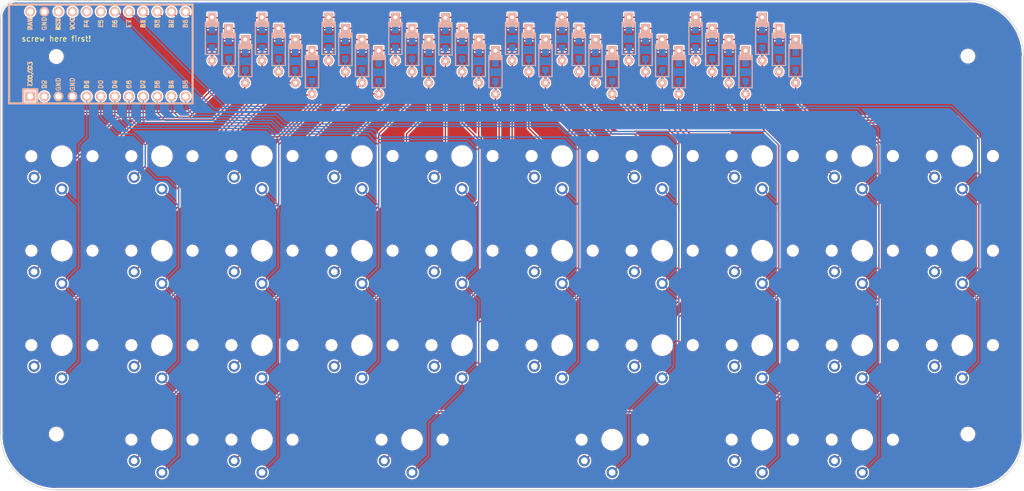
<source format=kicad_pcb>
(kicad_pcb (version 20171130) (host pcbnew 5.1.9-73d0e3b20d~88~ubuntu18.04.1)
  (layers (0 F.Cu signal) (31 B.Cu signal) (34 B.Paste user) (35 F.Paste user) (36 B.SilkS user) (37 F.SilkS user) (38 B.Mask user) (39 F.Mask user) (44 Edge.Cuts user))
  (net 0 "")
  (net 1 GND)
  (net 2 "Net-(D_SPACE1-Pad2)")
  (net 3 "Net-(D_SPACE2-Pad2)")
  (net 4 "Net-(D_SPACE3-Pad2)")
  (net 5 "Net-(D_1-Pad2)")
  (net 6 row3)
  (net 7 "Net-(D_A1-Pad2)")
  (net 8 row1)
  (net 9 "Net-(D_ALT1-Pad2)")
  (net 10 "Net-(D_B1-Pad2)")
  (net 11 row2)
  (net 12 "Net-(D_C1-Pad2)")
  (net 13 "Net-(D_COMMA1-Pad2)")
  (net 14 "Net-(D_D1-Pad2)")
  (net 15 "Net-(D_DOT1-Pad2)")
  (net 16 "Net-(D_E1-Pad2)")
  (net 17 row0)
  (net 18 "Net-(D_ENTER1-Pad2)")
  (net 19 "Net-(D_F1-Pad2)")
  (net 20 "Net-(D_G1-Pad2)")
  (net 21 "Net-(D_H1-Pad2)")
  (net 22 "Net-(D_I1-Pad2)")
  (net 23 "Net-(D_J1-Pad2)")
  (net 24 "Net-(D_K1-Pad2)")
  (net 25 "Net-(D_L1-Pad2)")
  (net 26 "Net-(D_M1-Pad2)")
  (net 27 "Net-(D_META1-Pad2)")
  (net 28 "Net-(D_N1-Pad2)")
  (net 29 "Net-(D_O1-Pad2)")
  (net 30 "Net-(D_Q1-Pad2)")
  (net 31 "Net-(D_R1-Pad2)")
  (net 32 "Net-(D_S1-Pad2)")
  (net 33 "Net-(D_SEMIC1-Pad2)")
  (net 34 "Net-(D_SPACE4-Pad2)")
  (net 35 "Net-(D_T1-Pad2)")
  (net 36 "Net-(D_U1-Pad2)")
  (net 37 "Net-(D_V1-Pad2)")
  (net 38 "Net-(D_W1-Pad2)")
  (net 39 "Net-(D_X1-Pad2)")
  (net 40 "Net-(D_Y1-Pad2)")
  (net 41 "Net-(D_Z1-Pad2)")
  (net 42 col7)
  (net 43 col0)
  (net 44 col2)
  (net 45 col4)
  (net 46 col8)
  (net 47 col3)
  (net 48 col5)
  (net 49 col6)
  (net 50 col1)
  (net 51 col9)
  (net 52 "Net-(U1-Pad24)")
  (net 53 "Net-(U1-Pad22)")
  (net 54 "Net-(U1-Pad21)")
  (net 55 "Net-(U1-Pad2)")
  (net 56 "Net-(U1-Pad1)")
  (net 57 "Net-(U1-Pad20)")
  (net 58 "Net-(U1-Pad19)")
  (module silkscreens:star_single_cu (layer F.Cu) (at 192.28 39.67)
    (fp_text reference G*** hide)
    (fp_text value LOGO hide)
  )
  (module MountingHole:MountingHole_2.2mm_M2 (layer F.Cu) (at 40 40.07)
    (fp_text reference "screw here first!" (at 0 -3.2) (layer F.SilkS))
    (fp_text value MountingHole_2.2mm_M2)
    (pad 1 np_thru_hole circle (at 0 0) (size 2.2 2.2) (drill 2.2) (layers *.Cu *.Mask))
  )
  (module MountingHole:MountingHole_2.2mm_M2 (layer F.Cu) (at 204 108)
    (fp_text reference REF** hide)
    (fp_text value MountingHole_2.2mm_M2)
    (pad 1 np_thru_hole circle (at 0 0) (size 2.2 2.2) (drill 2.2) (layers *.Cu *.Mask))
  )
  (module MountingHole:MountingHole_2.2mm_M2 (layer F.Cu) (at 40 108)
    (fp_text reference REF** hide)
    (fp_text value MountingHole_2.2mm_M2)
    (pad 1 np_thru_hole circle (at 0 0) (size 2.2 2.2) (drill 2.2) (layers *.Cu *.Mask))
  )
  (module MountingHole:MountingHole_2.2mm_M2 (layer F.Cu) (at 204 40)
    (fp_text reference REF** hide)
    (fp_text value MountingHole_2.2mm_M2)
    (pad 1 np_thru_hole circle (at 0 0) (size 2.2 2.2) (drill 2.2) (layers *.Cu *.Mask))
  )
  (module mbk:Choc-1u-solder (layer F.Cu) (at 149 57.96875)
    (fp_text reference K_U1)
    (fp_text value KEYSW hide)
    (pad 1 thru_hole circle (at 0 5.9 180) (size 2 2) (drill 1.2) (layers *.Cu *.Mask) (net 49 col6))
    (pad 2 thru_hole circle (at -5 3.8 41.9) (size 2 2) (drill 1.2) (layers *.Cu *.Mask) (net 36 "Net-(D_U1-Pad2)"))
    (pad "" np_thru_hole circle (at -5.5 0 180) (size 1.7 1.7) (drill 1.7) (layers *.Cu *.Mask))
    (pad "" np_thru_hole circle (at 5.5 0 180) (size 1.7 1.7) (drill 1.7) (layers *.Cu *.Mask))
    (pad "" np_thru_hole circle (at 0 0 90) (size 3.4 3.4) (drill 3.4) (layers *.Cu *.Mask))
  )
  (module keyboard_parts:D_SOD123_axial (layer B.Cu) (at 74 40.9 270)
    (fp_text reference D_Z1 hide)
    (fp_text value D hide)
    (pad 2 smd rect (at 2.7 0 270) (size 2.5 0.5) (layers B.Cu) (net 41 "Net-(D_Z1-Pad2)"))
    (pad 1 smd rect (at -2.7 0 270) (size 2.5 0.5) (layers B.Cu) (net 11 row2))
    (pad 2 thru_hole circle (at 3.9 0 270) (size 1.6 1.6) (drill 0.7) (layers *.Cu *.Mask B.SilkS) (net 41 "Net-(D_Z1-Pad2)"))
    (pad 1 thru_hole rect (at -3.9 0 270) (size 1.6 1.6) (drill 0.7) (layers *.Cu *.Mask B.SilkS) (net 11 row2))
    (pad 1 smd rect (at -1.575 0 270) (size 1.2 1.2) (layers B.Cu B.Paste B.Mask) (net 11 row2))
    (pad 2 smd rect (at 1.575 0 270) (size 1.2 1.2) (layers B.Cu B.Paste B.Mask) (net 41 "Net-(D_Z1-Pad2)"))
  )
  (module keyboard_parts:D_SOD123_axial (layer B.Cu) (at 122 36.9 270)
    (fp_text reference D_Y1 hide)
    (fp_text value D hide)
    (pad 2 smd rect (at 2.7 0 270) (size 2.5 0.5) (layers B.Cu) (net 40 "Net-(D_Y1-Pad2)"))
    (pad 1 smd rect (at -2.7 0 270) (size 2.5 0.5) (layers B.Cu) (net 17 row0))
    (pad 2 thru_hole circle (at 3.9 0 270) (size 1.6 1.6) (drill 0.7) (layers *.Cu *.Mask B.SilkS) (net 40 "Net-(D_Y1-Pad2)"))
    (pad 1 thru_hole rect (at -3.9 0 270) (size 1.6 1.6) (drill 0.7) (layers *.Cu *.Mask B.SilkS) (net 17 row0))
    (pad 1 smd rect (at -1.575 0 270) (size 1.2 1.2) (layers B.Cu B.Paste B.Mask) (net 17 row0))
    (pad 2 smd rect (at 1.575 0 270) (size 1.2 1.2) (layers B.Cu B.Paste B.Mask) (net 40 "Net-(D_Y1-Pad2)"))
  )
  (module keyboard_parts:D_SOD123_axial (layer B.Cu) (at 83 40.9 270)
    (fp_text reference D_X1 hide)
    (fp_text value D hide)
    (pad 2 smd rect (at 2.7 0 270) (size 2.5 0.5) (layers B.Cu) (net 39 "Net-(D_X1-Pad2)"))
    (pad 1 smd rect (at -2.7 0 270) (size 2.5 0.5) (layers B.Cu) (net 11 row2))
    (pad 2 thru_hole circle (at 3.9 0 270) (size 1.6 1.6) (drill 0.7) (layers *.Cu *.Mask B.SilkS) (net 39 "Net-(D_X1-Pad2)"))
    (pad 1 thru_hole rect (at -3.9 0 270) (size 1.6 1.6) (drill 0.7) (layers *.Cu *.Mask B.SilkS) (net 11 row2))
    (pad 1 smd rect (at -1.575 0 270) (size 1.2 1.2) (layers B.Cu B.Paste B.Mask) (net 11 row2))
    (pad 2 smd rect (at 1.575 0 270) (size 1.2 1.2) (layers B.Cu B.Paste B.Mask) (net 39 "Net-(D_X1-Pad2)"))
  )
  (module keyboard_parts:D_SOD123_axial (layer B.Cu) (at 77 36.9 270)
    (fp_text reference D_W1 hide)
    (fp_text value D hide)
    (pad 2 smd rect (at 2.7 0 270) (size 2.5 0.5) (layers B.Cu) (net 38 "Net-(D_W1-Pad2)"))
    (pad 1 smd rect (at -2.7 0 270) (size 2.5 0.5) (layers B.Cu) (net 17 row0))
    (pad 2 thru_hole circle (at 3.9 0 270) (size 1.6 1.6) (drill 0.7) (layers *.Cu *.Mask B.SilkS) (net 38 "Net-(D_W1-Pad2)"))
    (pad 1 thru_hole rect (at -3.9 0 270) (size 1.6 1.6) (drill 0.7) (layers *.Cu *.Mask B.SilkS) (net 17 row0))
    (pad 1 smd rect (at -1.575 0 270) (size 1.2 1.2) (layers B.Cu B.Paste B.Mask) (net 17 row0))
    (pad 2 smd rect (at 1.575 0 270) (size 1.2 1.2) (layers B.Cu B.Paste B.Mask) (net 38 "Net-(D_W1-Pad2)"))
  )
  (module keyboard_parts:D_SOD123_axial (layer B.Cu) (at 107 40.9 270)
    (fp_text reference D_V1 hide)
    (fp_text value D hide)
    (pad 2 smd rect (at 2.7 0 270) (size 2.5 0.5) (layers B.Cu) (net 37 "Net-(D_V1-Pad2)"))
    (pad 1 smd rect (at -2.7 0 270) (size 2.5 0.5) (layers B.Cu) (net 11 row2))
    (pad 2 thru_hole circle (at 3.9 0 270) (size 1.6 1.6) (drill 0.7) (layers *.Cu *.Mask B.SilkS) (net 37 "Net-(D_V1-Pad2)"))
    (pad 1 thru_hole rect (at -3.9 0 270) (size 1.6 1.6) (drill 0.7) (layers *.Cu *.Mask B.SilkS) (net 11 row2))
    (pad 1 smd rect (at -1.575 0 270) (size 1.2 1.2) (layers B.Cu B.Paste B.Mask) (net 11 row2))
    (pad 2 smd rect (at 1.575 0 270) (size 1.2 1.2) (layers B.Cu B.Paste B.Mask) (net 37 "Net-(D_V1-Pad2)"))
  )
  (module keyboard_parts:D_SOD123_axial (layer B.Cu) (at 131 36.9 270)
    (fp_text reference D_U1 hide)
    (fp_text value D hide)
    (pad 2 smd rect (at 2.7 0 270) (size 2.5 0.5) (layers B.Cu) (net 36 "Net-(D_U1-Pad2)"))
    (pad 1 smd rect (at -2.7 0 270) (size 2.5 0.5) (layers B.Cu) (net 17 row0))
    (pad 2 thru_hole circle (at 3.9 0 270) (size 1.6 1.6) (drill 0.7) (layers *.Cu *.Mask B.SilkS) (net 36 "Net-(D_U1-Pad2)"))
    (pad 1 thru_hole rect (at -3.9 0 270) (size 1.6 1.6) (drill 0.7) (layers *.Cu *.Mask B.SilkS) (net 17 row0))
    (pad 1 smd rect (at -1.575 0 270) (size 1.2 1.2) (layers B.Cu B.Paste B.Mask) (net 17 row0))
    (pad 2 smd rect (at 1.575 0 270) (size 1.2 1.2) (layers B.Cu B.Paste B.Mask) (net 36 "Net-(D_U1-Pad2)"))
  )
  (module keyboard_parts:D_SOD123_axial (layer B.Cu) (at 110 37 270)
    (fp_text reference D_T1 hide)
    (fp_text value D hide)
    (pad 2 smd rect (at 2.7 0 270) (size 2.5 0.5) (layers B.Cu) (net 35 "Net-(D_T1-Pad2)"))
    (pad 1 smd rect (at -2.7 0 270) (size 2.5 0.5) (layers B.Cu) (net 17 row0))
    (pad 2 thru_hole circle (at 3.9 0 270) (size 1.6 1.6) (drill 0.7) (layers *.Cu *.Mask B.SilkS) (net 35 "Net-(D_T1-Pad2)"))
    (pad 1 thru_hole rect (at -3.9 0 270) (size 1.6 1.6) (drill 0.7) (layers *.Cu *.Mask B.SilkS) (net 17 row0))
    (pad 1 smd rect (at -1.575 0 270) (size 1.2 1.2) (layers B.Cu B.Paste B.Mask) (net 17 row0))
    (pad 2 smd rect (at 1.575 0 270) (size 1.2 1.2) (layers B.Cu B.Paste B.Mask) (net 35 "Net-(D_T1-Pad2)"))
  )
  (module keyboard_parts:D_SOD123_axial (layer B.Cu) (at 167 36.9 270)
    (fp_text reference D_SPACE4 hide)
    (fp_text value D hide)
    (pad 2 smd rect (at 2.7 0 270) (size 2.5 0.5) (layers B.Cu) (net 34 "Net-(D_SPACE4-Pad2)"))
    (pad 1 smd rect (at -2.7 0 270) (size 2.5 0.5) (layers B.Cu) (net 17 row0))
    (pad 2 thru_hole circle (at 3.9 0 270) (size 1.6 1.6) (drill 0.7) (layers *.Cu *.Mask B.SilkS) (net 34 "Net-(D_SPACE4-Pad2)"))
    (pad 1 thru_hole rect (at -3.9 0 270) (size 1.6 1.6) (drill 0.7) (layers *.Cu *.Mask B.SilkS) (net 17 row0))
    (pad 1 smd rect (at -1.575 0 270) (size 1.2 1.2) (layers B.Cu B.Paste B.Mask) (net 17 row0))
    (pad 2 smd rect (at 1.575 0 270) (size 1.2 1.2) (layers B.Cu B.Paste B.Mask) (net 34 "Net-(D_SPACE4-Pad2)"))
  )
  (module keyboard_parts:D_SOD123_axial (layer B.Cu) (at 140 42.9 270)
    (fp_text reference D_SPACE3 hide)
    (fp_text value D hide)
    (pad 2 smd rect (at 2.7 0 270) (size 2.5 0.5) (layers B.Cu) (net 4 "Net-(D_SPACE3-Pad2)"))
    (pad 1 smd rect (at -2.7 0 270) (size 2.5 0.5) (layers B.Cu) (net 6 row3))
    (pad 2 thru_hole circle (at 3.9 0 270) (size 1.6 1.6) (drill 0.7) (layers *.Cu *.Mask B.SilkS) (net 4 "Net-(D_SPACE3-Pad2)"))
    (pad 1 thru_hole rect (at -3.9 0 270) (size 1.6 1.6) (drill 0.7) (layers *.Cu *.Mask B.SilkS) (net 6 row3))
    (pad 1 smd rect (at -1.575 0 270) (size 1.2 1.2) (layers B.Cu B.Paste B.Mask) (net 6 row3))
    (pad 2 smd rect (at 1.575 0 270) (size 1.2 1.2) (layers B.Cu B.Paste B.Mask) (net 4 "Net-(D_SPACE3-Pad2)"))
  )
  (module keyboard_parts:D_SOD123_axial (layer B.Cu) (at 173 40.9 270)
    (fp_text reference D_SPACE2 hide)
    (fp_text value D hide)
    (pad 2 smd rect (at 2.7 0 270) (size 2.5 0.5) (layers B.Cu) (net 3 "Net-(D_SPACE2-Pad2)"))
    (pad 1 smd rect (at -2.7 0 270) (size 2.5 0.5) (layers B.Cu) (net 11 row2))
    (pad 2 thru_hole circle (at 3.9 0 270) (size 1.6 1.6) (drill 0.7) (layers *.Cu *.Mask B.SilkS) (net 3 "Net-(D_SPACE2-Pad2)"))
    (pad 1 thru_hole rect (at -3.9 0 270) (size 1.6 1.6) (drill 0.7) (layers *.Cu *.Mask B.SilkS) (net 11 row2))
    (pad 1 smd rect (at -1.575 0 270) (size 1.2 1.2) (layers B.Cu B.Paste B.Mask) (net 11 row2))
    (pad 2 smd rect (at 1.575 0 270) (size 1.2 1.2) (layers B.Cu B.Paste B.Mask) (net 3 "Net-(D_SPACE2-Pad2)"))
  )
  (module keyboard_parts:D_SOD123_axial (layer B.Cu) (at 170 38.9 270)
    (fp_text reference D_SPACE1 hide)
    (fp_text value D hide)
    (pad 2 smd rect (at 2.7 0 270) (size 2.5 0.5) (layers B.Cu) (net 2 "Net-(D_SPACE1-Pad2)"))
    (pad 1 smd rect (at -2.7 0 270) (size 2.5 0.5) (layers B.Cu) (net 8 row1))
    (pad 2 thru_hole circle (at 3.9 0 270) (size 1.6 1.6) (drill 0.7) (layers *.Cu *.Mask B.SilkS) (net 2 "Net-(D_SPACE1-Pad2)"))
    (pad 1 thru_hole rect (at -3.9 0 270) (size 1.6 1.6) (drill 0.7) (layers *.Cu *.Mask B.SilkS) (net 8 row1))
    (pad 1 smd rect (at -1.575 0 270) (size 1.2 1.2) (layers B.Cu B.Paste B.Mask) (net 8 row1))
    (pad 2 smd rect (at 1.575 0 270) (size 1.2 1.2) (layers B.Cu B.Paste B.Mask) (net 2 "Net-(D_SPACE1-Pad2)"))
  )
  (module keyboard_parts:D_SOD123_axial (layer B.Cu) (at 164 42.9 270)
    (fp_text reference D_SEMIC1 hide)
    (fp_text value D hide)
    (pad 2 smd rect (at 2.7 0 270) (size 2.5 0.5) (layers B.Cu) (net 33 "Net-(D_SEMIC1-Pad2)"))
    (pad 1 smd rect (at -2.7 0 270) (size 2.5 0.5) (layers B.Cu) (net 6 row3))
    (pad 2 thru_hole circle (at 3.9 0 270) (size 1.6 1.6) (drill 0.7) (layers *.Cu *.Mask B.SilkS) (net 33 "Net-(D_SEMIC1-Pad2)"))
    (pad 1 thru_hole rect (at -3.9 0 270) (size 1.6 1.6) (drill 0.7) (layers *.Cu *.Mask B.SilkS) (net 6 row3))
    (pad 1 smd rect (at -1.575 0 270) (size 1.2 1.2) (layers B.Cu B.Paste B.Mask) (net 6 row3))
    (pad 2 smd rect (at 1.575 0 270) (size 1.2 1.2) (layers B.Cu B.Paste B.Mask) (net 33 "Net-(D_SEMIC1-Pad2)"))
  )
  (module keyboard_parts:D_SOD123_axial (layer B.Cu) (at 80 38.9 270)
    (fp_text reference D_S1 hide)
    (fp_text value D hide)
    (pad 2 smd rect (at 2.7 0 270) (size 2.5 0.5) (layers B.Cu) (net 32 "Net-(D_S1-Pad2)"))
    (pad 1 smd rect (at -2.7 0 270) (size 2.5 0.5) (layers B.Cu) (net 8 row1))
    (pad 2 thru_hole circle (at 3.9 0 270) (size 1.6 1.6) (drill 0.7) (layers *.Cu *.Mask B.SilkS) (net 32 "Net-(D_S1-Pad2)"))
    (pad 1 thru_hole rect (at -3.9 0 270) (size 1.6 1.6) (drill 0.7) (layers *.Cu *.Mask B.SilkS) (net 8 row1))
    (pad 1 smd rect (at -1.575 0 270) (size 1.2 1.2) (layers B.Cu B.Paste B.Mask) (net 8 row1))
    (pad 2 smd rect (at 1.575 0 270) (size 1.2 1.2) (layers B.Cu B.Paste B.Mask) (net 32 "Net-(D_S1-Pad2)"))
  )
  (module keyboard_parts:D_SOD123_axial (layer B.Cu) (at 101 36.9 270)
    (fp_text reference D_R1 hide)
    (fp_text value D hide)
    (pad 2 smd rect (at 2.7 0 270) (size 2.5 0.5) (layers B.Cu) (net 31 "Net-(D_R1-Pad2)"))
    (pad 1 smd rect (at -2.7 0 270) (size 2.5 0.5) (layers B.Cu) (net 17 row0))
    (pad 2 thru_hole circle (at 3.9 0 270) (size 1.6 1.6) (drill 0.7) (layers *.Cu *.Mask B.SilkS) (net 31 "Net-(D_R1-Pad2)"))
    (pad 1 thru_hole rect (at -3.9 0 270) (size 1.6 1.6) (drill 0.7) (layers *.Cu *.Mask B.SilkS) (net 17 row0))
    (pad 1 smd rect (at -1.575 0 270) (size 1.2 1.2) (layers B.Cu B.Paste B.Mask) (net 17 row0))
    (pad 2 smd rect (at 1.575 0 270) (size 1.2 1.2) (layers B.Cu B.Paste B.Mask) (net 31 "Net-(D_R1-Pad2)"))
  )
  (module keyboard_parts:D_SOD123_axial (layer B.Cu) (at 68 36.9 270)
    (fp_text reference D_Q1 hide)
    (fp_text value D hide)
    (pad 2 smd rect (at 2.7 0 270) (size 2.5 0.5) (layers B.Cu) (net 30 "Net-(D_Q1-Pad2)"))
    (pad 1 smd rect (at -2.7 0 270) (size 2.5 0.5) (layers B.Cu) (net 17 row0))
    (pad 2 thru_hole circle (at 3.9 0 270) (size 1.6 1.6) (drill 0.7) (layers *.Cu *.Mask B.SilkS) (net 30 "Net-(D_Q1-Pad2)"))
    (pad 1 thru_hole rect (at -3.9 0 270) (size 1.6 1.6) (drill 0.7) (layers *.Cu *.Mask B.SilkS) (net 17 row0))
    (pad 1 smd rect (at -1.575 0 270) (size 1.2 1.2) (layers B.Cu B.Paste B.Mask) (net 17 row0))
    (pad 2 smd rect (at 1.575 0 270) (size 1.2 1.2) (layers B.Cu B.Paste B.Mask) (net 30 "Net-(D_Q1-Pad2)"))
  )
  (module keyboard_parts:D_SOD123_axial (layer B.Cu) (at 155 36.9 270)
    (fp_text reference D_O1 hide)
    (fp_text value D hide)
    (pad 2 smd rect (at 2.7 0 270) (size 2.5 0.5) (layers B.Cu) (net 29 "Net-(D_O1-Pad2)"))
    (pad 1 smd rect (at -2.7 0 270) (size 2.5 0.5) (layers B.Cu) (net 17 row0))
    (pad 2 thru_hole circle (at 3.9 0 270) (size 1.6 1.6) (drill 0.7) (layers *.Cu *.Mask B.SilkS) (net 29 "Net-(D_O1-Pad2)"))
    (pad 1 thru_hole rect (at -3.9 0 270) (size 1.6 1.6) (drill 0.7) (layers *.Cu *.Mask B.SilkS) (net 17 row0))
    (pad 1 smd rect (at -1.575 0 270) (size 1.2 1.2) (layers B.Cu B.Paste B.Mask) (net 17 row0))
    (pad 2 smd rect (at 1.575 0 270) (size 1.2 1.2) (layers B.Cu B.Paste B.Mask) (net 29 "Net-(D_O1-Pad2)"))
  )
  (module keyboard_parts:D_SOD123_axial (layer B.Cu) (at 128 40.9 270)
    (fp_text reference D_N1 hide)
    (fp_text value D hide)
    (pad 2 smd rect (at 2.7 0 270) (size 2.5 0.5) (layers B.Cu) (net 28 "Net-(D_N1-Pad2)"))
    (pad 1 smd rect (at -2.7 0 270) (size 2.5 0.5) (layers B.Cu) (net 11 row2))
    (pad 2 thru_hole circle (at 3.9 0 270) (size 1.6 1.6) (drill 0.7) (layers *.Cu *.Mask B.SilkS) (net 28 "Net-(D_N1-Pad2)"))
    (pad 1 thru_hole rect (at -3.9 0 270) (size 1.6 1.6) (drill 0.7) (layers *.Cu *.Mask B.SilkS) (net 11 row2))
    (pad 1 smd rect (at -1.575 0 270) (size 1.2 1.2) (layers B.Cu B.Paste B.Mask) (net 11 row2))
    (pad 2 smd rect (at 1.575 0 270) (size 1.2 1.2) (layers B.Cu B.Paste B.Mask) (net 28 "Net-(D_N1-Pad2)"))
  )
  (module keyboard_parts:D_SOD123_axial (layer B.Cu) (at 86 42.9 270)
    (fp_text reference D_META1 hide)
    (fp_text value D hide)
    (pad 2 smd rect (at 2.7 0 270) (size 2.5 0.5) (layers B.Cu) (net 27 "Net-(D_META1-Pad2)"))
    (pad 1 smd rect (at -2.7 0 270) (size 2.5 0.5) (layers B.Cu) (net 6 row3))
    (pad 2 thru_hole circle (at 3.9 0 270) (size 1.6 1.6) (drill 0.7) (layers *.Cu *.Mask B.SilkS) (net 27 "Net-(D_META1-Pad2)"))
    (pad 1 thru_hole rect (at -3.9 0 270) (size 1.6 1.6) (drill 0.7) (layers *.Cu *.Mask B.SilkS) (net 6 row3))
    (pad 1 smd rect (at -1.575 0 270) (size 1.2 1.2) (layers B.Cu B.Paste B.Mask) (net 6 row3))
    (pad 2 smd rect (at 1.575 0 270) (size 1.2 1.2) (layers B.Cu B.Paste B.Mask) (net 27 "Net-(D_META1-Pad2)"))
  )
  (module keyboard_parts:D_SOD123_axial (layer B.Cu) (at 137 40.9 270)
    (fp_text reference D_M1 hide)
    (fp_text value D hide)
    (pad 2 smd rect (at 2.7 0 270) (size 2.5 0.5) (layers B.Cu) (net 26 "Net-(D_M1-Pad2)"))
    (pad 1 smd rect (at -2.7 0 270) (size 2.5 0.5) (layers B.Cu) (net 11 row2))
    (pad 2 thru_hole circle (at 3.9 0 270) (size 1.6 1.6) (drill 0.7) (layers *.Cu *.Mask B.SilkS) (net 26 "Net-(D_M1-Pad2)"))
    (pad 1 thru_hole rect (at -3.9 0 270) (size 1.6 1.6) (drill 0.7) (layers *.Cu *.Mask B.SilkS) (net 11 row2))
    (pad 1 smd rect (at -1.575 0 270) (size 1.2 1.2) (layers B.Cu B.Paste B.Mask) (net 11 row2))
    (pad 2 smd rect (at 1.575 0 270) (size 1.2 1.2) (layers B.Cu B.Paste B.Mask) (net 26 "Net-(D_M1-Pad2)"))
  )
  (module keyboard_parts:D_SOD123_axial (layer B.Cu) (at 158 38.9 270)
    (fp_text reference D_L1 hide)
    (fp_text value D hide)
    (pad 2 smd rect (at 2.7 0 270) (size 2.5 0.5) (layers B.Cu) (net 25 "Net-(D_L1-Pad2)"))
    (pad 1 smd rect (at -2.7 0 270) (size 2.5 0.5) (layers B.Cu) (net 8 row1))
    (pad 2 thru_hole circle (at 3.9 0 270) (size 1.6 1.6) (drill 0.7) (layers *.Cu *.Mask B.SilkS) (net 25 "Net-(D_L1-Pad2)"))
    (pad 1 thru_hole rect (at -3.9 0 270) (size 1.6 1.6) (drill 0.7) (layers *.Cu *.Mask B.SilkS) (net 8 row1))
    (pad 1 smd rect (at -1.575 0 270) (size 1.2 1.2) (layers B.Cu B.Paste B.Mask) (net 8 row1))
    (pad 2 smd rect (at 1.575 0 270) (size 1.2 1.2) (layers B.Cu B.Paste B.Mask) (net 25 "Net-(D_L1-Pad2)"))
  )
  (module keyboard_parts:D_SOD123_axial (layer B.Cu) (at 146 38.9 270)
    (fp_text reference D_K1 hide)
    (fp_text value D hide)
    (pad 2 smd rect (at 2.7 0 270) (size 2.5 0.5) (layers B.Cu) (net 24 "Net-(D_K1-Pad2)"))
    (pad 1 smd rect (at -2.7 0 270) (size 2.5 0.5) (layers B.Cu) (net 8 row1))
    (pad 2 thru_hole circle (at 3.9 0 270) (size 1.6 1.6) (drill 0.7) (layers *.Cu *.Mask B.SilkS) (net 24 "Net-(D_K1-Pad2)"))
    (pad 1 thru_hole rect (at -3.9 0 270) (size 1.6 1.6) (drill 0.7) (layers *.Cu *.Mask B.SilkS) (net 8 row1))
    (pad 1 smd rect (at -1.575 0 270) (size 1.2 1.2) (layers B.Cu B.Paste B.Mask) (net 8 row1))
    (pad 2 smd rect (at 1.575 0 270) (size 1.2 1.2) (layers B.Cu B.Paste B.Mask) (net 24 "Net-(D_K1-Pad2)"))
  )
  (module keyboard_parts:D_SOD123_axial (layer B.Cu) (at 134 38.9 270)
    (fp_text reference D_J1 hide)
    (fp_text value D hide)
    (pad 2 smd rect (at 2.7 0 270) (size 2.5 0.5) (layers B.Cu) (net 23 "Net-(D_J1-Pad2)"))
    (pad 1 smd rect (at -2.7 0 270) (size 2.5 0.5) (layers B.Cu) (net 8 row1))
    (pad 2 thru_hole circle (at 3.9 0 270) (size 1.6 1.6) (drill 0.7) (layers *.Cu *.Mask B.SilkS) (net 23 "Net-(D_J1-Pad2)"))
    (pad 1 thru_hole rect (at -3.9 0 270) (size 1.6 1.6) (drill 0.7) (layers *.Cu *.Mask B.SilkS) (net 8 row1))
    (pad 1 smd rect (at -1.575 0 270) (size 1.2 1.2) (layers B.Cu B.Paste B.Mask) (net 8 row1))
    (pad 2 smd rect (at 1.575 0 270) (size 1.2 1.2) (layers B.Cu B.Paste B.Mask) (net 23 "Net-(D_J1-Pad2)"))
  )
  (module keyboard_parts:D_SOD123_axial (layer B.Cu) (at 143 36.9 270)
    (fp_text reference D_I1 hide)
    (fp_text value D hide)
    (pad 2 smd rect (at 2.7 0 270) (size 2.5 0.5) (layers B.Cu) (net 22 "Net-(D_I1-Pad2)"))
    (pad 1 smd rect (at -2.7 0 270) (size 2.5 0.5) (layers B.Cu) (net 17 row0))
    (pad 2 thru_hole circle (at 3.9 0 270) (size 1.6 1.6) (drill 0.7) (layers *.Cu *.Mask B.SilkS) (net 22 "Net-(D_I1-Pad2)"))
    (pad 1 thru_hole rect (at -3.9 0 270) (size 1.6 1.6) (drill 0.7) (layers *.Cu *.Mask B.SilkS) (net 17 row0))
    (pad 1 smd rect (at -1.575 0 270) (size 1.2 1.2) (layers B.Cu B.Paste B.Mask) (net 17 row0))
    (pad 2 smd rect (at 1.575 0 270) (size 1.2 1.2) (layers B.Cu B.Paste B.Mask) (net 22 "Net-(D_I1-Pad2)"))
  )
  (module keyboard_parts:D_SOD123_axial (layer B.Cu) (at 125 38.9 270)
    (fp_text reference D_H1 hide)
    (fp_text value D hide)
    (pad 2 smd rect (at 2.7 0 270) (size 2.5 0.5) (layers B.Cu) (net 21 "Net-(D_H1-Pad2)"))
    (pad 1 smd rect (at -2.7 0 270) (size 2.5 0.5) (layers B.Cu) (net 8 row1))
    (pad 2 thru_hole circle (at 3.9 0 270) (size 1.6 1.6) (drill 0.7) (layers *.Cu *.Mask B.SilkS) (net 21 "Net-(D_H1-Pad2)"))
    (pad 1 thru_hole rect (at -3.9 0 270) (size 1.6 1.6) (drill 0.7) (layers *.Cu *.Mask B.SilkS) (net 8 row1))
    (pad 1 smd rect (at -1.575 0 270) (size 1.2 1.2) (layers B.Cu B.Paste B.Mask) (net 8 row1))
    (pad 2 smd rect (at 1.575 0 270) (size 1.2 1.2) (layers B.Cu B.Paste B.Mask) (net 21 "Net-(D_H1-Pad2)"))
  )
  (module keyboard_parts:D_SOD123_axial (layer B.Cu) (at 113 38.9 270)
    (fp_text reference D_G1 hide)
    (fp_text value D hide)
    (pad 2 smd rect (at 2.7 0 270) (size 2.5 0.5) (layers B.Cu) (net 20 "Net-(D_G1-Pad2)"))
    (pad 1 smd rect (at -2.7 0 270) (size 2.5 0.5) (layers B.Cu) (net 8 row1))
    (pad 2 thru_hole circle (at 3.9 0 270) (size 1.6 1.6) (drill 0.7) (layers *.Cu *.Mask B.SilkS) (net 20 "Net-(D_G1-Pad2)"))
    (pad 1 thru_hole rect (at -3.9 0 270) (size 1.6 1.6) (drill 0.7) (layers *.Cu *.Mask B.SilkS) (net 8 row1))
    (pad 1 smd rect (at -1.575 0 270) (size 1.2 1.2) (layers B.Cu B.Paste B.Mask) (net 8 row1))
    (pad 2 smd rect (at 1.575 0 270) (size 1.2 1.2) (layers B.Cu B.Paste B.Mask) (net 20 "Net-(D_G1-Pad2)"))
  )
  (module keyboard_parts:D_SOD123_axial (layer B.Cu) (at 104 38.9 270)
    (fp_text reference D_F1 hide)
    (fp_text value D hide)
    (pad 2 smd rect (at 2.7 0 270) (size 2.5 0.5) (layers B.Cu) (net 19 "Net-(D_F1-Pad2)"))
    (pad 1 smd rect (at -2.7 0 270) (size 2.5 0.5) (layers B.Cu) (net 8 row1))
    (pad 2 thru_hole circle (at 3.9 0 270) (size 1.6 1.6) (drill 0.7) (layers *.Cu *.Mask B.SilkS) (net 19 "Net-(D_F1-Pad2)"))
    (pad 1 thru_hole rect (at -3.9 0 270) (size 1.6 1.6) (drill 0.7) (layers *.Cu *.Mask B.SilkS) (net 8 row1))
    (pad 1 smd rect (at -1.575 0 270) (size 1.2 1.2) (layers B.Cu B.Paste B.Mask) (net 8 row1))
    (pad 2 smd rect (at 1.575 0 270) (size 1.2 1.2) (layers B.Cu B.Paste B.Mask) (net 19 "Net-(D_F1-Pad2)"))
  )
  (module keyboard_parts:D_SOD123_axial (layer B.Cu) (at 119 42.9 270)
    (fp_text reference D_ENTER1 hide)
    (fp_text value D hide)
    (pad 2 smd rect (at 2.7 0 270) (size 2.5 0.5) (layers B.Cu) (net 18 "Net-(D_ENTER1-Pad2)"))
    (pad 1 smd rect (at -2.7 0 270) (size 2.5 0.5) (layers B.Cu) (net 6 row3))
    (pad 2 thru_hole circle (at 3.9 0 270) (size 1.6 1.6) (drill 0.7) (layers *.Cu *.Mask B.SilkS) (net 18 "Net-(D_ENTER1-Pad2)"))
    (pad 1 thru_hole rect (at -3.9 0 270) (size 1.6 1.6) (drill 0.7) (layers *.Cu *.Mask B.SilkS) (net 6 row3))
    (pad 1 smd rect (at -1.575 0 270) (size 1.2 1.2) (layers B.Cu B.Paste B.Mask) (net 6 row3))
    (pad 2 smd rect (at 1.575 0 270) (size 1.2 1.2) (layers B.Cu B.Paste B.Mask) (net 18 "Net-(D_ENTER1-Pad2)"))
  )
  (module keyboard_parts:D_SOD123_axial (layer B.Cu) (at 89 36.9 270)
    (fp_text reference D_E1 hide)
    (fp_text value D hide)
    (pad 2 smd rect (at 2.7 0 270) (size 2.5 0.5) (layers B.Cu) (net 16 "Net-(D_E1-Pad2)"))
    (pad 1 smd rect (at -2.7 0 270) (size 2.5 0.5) (layers B.Cu) (net 17 row0))
    (pad 2 thru_hole circle (at 3.9 0 270) (size 1.6 1.6) (drill 0.7) (layers *.Cu *.Mask B.SilkS) (net 16 "Net-(D_E1-Pad2)"))
    (pad 1 thru_hole rect (at -3.9 0 270) (size 1.6 1.6) (drill 0.7) (layers *.Cu *.Mask B.SilkS) (net 17 row0))
    (pad 1 smd rect (at -1.575 0 270) (size 1.2 1.2) (layers B.Cu B.Paste B.Mask) (net 17 row0))
    (pad 2 smd rect (at 1.575 0 270) (size 1.2 1.2) (layers B.Cu B.Paste B.Mask) (net 16 "Net-(D_E1-Pad2)"))
  )
  (module keyboard_parts:D_SOD123_axial (layer B.Cu) (at 161 40.9 270)
    (fp_text reference D_DOT1 hide)
    (fp_text value D hide)
    (pad 2 smd rect (at 2.7 0 270) (size 2.5 0.5) (layers B.Cu) (net 15 "Net-(D_DOT1-Pad2)"))
    (pad 1 smd rect (at -2.7 0 270) (size 2.5 0.5) (layers B.Cu) (net 11 row2))
    (pad 2 thru_hole circle (at 3.9 0 270) (size 1.6 1.6) (drill 0.7) (layers *.Cu *.Mask B.SilkS) (net 15 "Net-(D_DOT1-Pad2)"))
    (pad 1 thru_hole rect (at -3.9 0 270) (size 1.6 1.6) (drill 0.7) (layers *.Cu *.Mask B.SilkS) (net 11 row2))
    (pad 1 smd rect (at -1.575 0 270) (size 1.2 1.2) (layers B.Cu B.Paste B.Mask) (net 11 row2))
    (pad 2 smd rect (at 1.575 0 270) (size 1.2 1.2) (layers B.Cu B.Paste B.Mask) (net 15 "Net-(D_DOT1-Pad2)"))
  )
  (module keyboard_parts:D_SOD123_axial (layer B.Cu) (at 92 38.9 270)
    (fp_text reference D_D1 hide)
    (fp_text value D hide)
    (pad 2 smd rect (at 2.7 0 270) (size 2.5 0.5) (layers B.Cu) (net 14 "Net-(D_D1-Pad2)"))
    (pad 1 smd rect (at -2.7 0 270) (size 2.5 0.5) (layers B.Cu) (net 8 row1))
    (pad 2 thru_hole circle (at 3.9 0 270) (size 1.6 1.6) (drill 0.7) (layers *.Cu *.Mask B.SilkS) (net 14 "Net-(D_D1-Pad2)"))
    (pad 1 thru_hole rect (at -3.9 0 270) (size 1.6 1.6) (drill 0.7) (layers *.Cu *.Mask B.SilkS) (net 8 row1))
    (pad 1 smd rect (at -1.575 0 270) (size 1.2 1.2) (layers B.Cu B.Paste B.Mask) (net 8 row1))
    (pad 2 smd rect (at 1.575 0 270) (size 1.2 1.2) (layers B.Cu B.Paste B.Mask) (net 14 "Net-(D_D1-Pad2)"))
  )
  (module keyboard_parts:D_SOD123_axial (layer B.Cu) (at 149 40.9 270)
    (fp_text reference D_COMMA1 hide)
    (fp_text value D hide)
    (pad 2 smd rect (at 2.7 0 270) (size 2.5 0.5) (layers B.Cu) (net 13 "Net-(D_COMMA1-Pad2)"))
    (pad 1 smd rect (at -2.7 0 270) (size 2.5 0.5) (layers B.Cu) (net 11 row2))
    (pad 2 thru_hole circle (at 3.9 0 270) (size 1.6 1.6) (drill 0.7) (layers *.Cu *.Mask B.SilkS) (net 13 "Net-(D_COMMA1-Pad2)"))
    (pad 1 thru_hole rect (at -3.9 0 270) (size 1.6 1.6) (drill 0.7) (layers *.Cu *.Mask B.SilkS) (net 11 row2))
    (pad 1 smd rect (at -1.575 0 270) (size 1.2 1.2) (layers B.Cu B.Paste B.Mask) (net 11 row2))
    (pad 2 smd rect (at 1.575 0 270) (size 1.2 1.2) (layers B.Cu B.Paste B.Mask) (net 13 "Net-(D_COMMA1-Pad2)"))
  )
  (module keyboard_parts:D_SOD123_axial (layer B.Cu) (at 95 40.9 270)
    (fp_text reference D_C1 hide)
    (fp_text value D hide)
    (pad 2 smd rect (at 2.7 0 270) (size 2.5 0.5) (layers B.Cu) (net 12 "Net-(D_C1-Pad2)"))
    (pad 1 smd rect (at -2.7 0 270) (size 2.5 0.5) (layers B.Cu) (net 11 row2))
    (pad 2 thru_hole circle (at 3.9 0 270) (size 1.6 1.6) (drill 0.7) (layers *.Cu *.Mask B.SilkS) (net 12 "Net-(D_C1-Pad2)"))
    (pad 1 thru_hole rect (at -3.9 0 270) (size 1.6 1.6) (drill 0.7) (layers *.Cu *.Mask B.SilkS) (net 11 row2))
    (pad 1 smd rect (at -1.575 0 270) (size 1.2 1.2) (layers B.Cu B.Paste B.Mask) (net 11 row2))
    (pad 2 smd rect (at 1.575 0 270) (size 1.2 1.2) (layers B.Cu B.Paste B.Mask) (net 12 "Net-(D_C1-Pad2)"))
  )
  (module keyboard_parts:D_SOD123_axial (layer B.Cu) (at 116 40.9 270)
    (fp_text reference D_B1 hide)
    (fp_text value D hide)
    (pad 2 smd rect (at 2.7 0 270) (size 2.5 0.5) (layers B.Cu) (net 10 "Net-(D_B1-Pad2)"))
    (pad 1 smd rect (at -2.7 0 270) (size 2.5 0.5) (layers B.Cu) (net 11 row2))
    (pad 2 thru_hole circle (at 3.9 0 270) (size 1.6 1.6) (drill 0.7) (layers *.Cu *.Mask B.SilkS) (net 10 "Net-(D_B1-Pad2)"))
    (pad 1 thru_hole rect (at -3.9 0 270) (size 1.6 1.6) (drill 0.7) (layers *.Cu *.Mask B.SilkS) (net 11 row2))
    (pad 1 smd rect (at -1.575 0 270) (size 1.2 1.2) (layers B.Cu B.Paste B.Mask) (net 11 row2))
    (pad 2 smd rect (at 1.575 0 270) (size 1.2 1.2) (layers B.Cu B.Paste B.Mask) (net 10 "Net-(D_B1-Pad2)"))
  )
  (module keyboard_parts:D_SOD123_axial (layer B.Cu) (at 98 42.9 270)
    (fp_text reference D_ALT1 hide)
    (fp_text value D hide)
    (pad 2 smd rect (at 2.7 0 270) (size 2.5 0.5) (layers B.Cu) (net 9 "Net-(D_ALT1-Pad2)"))
    (pad 1 smd rect (at -2.7 0 270) (size 2.5 0.5) (layers B.Cu) (net 6 row3))
    (pad 2 thru_hole circle (at 3.9 0 270) (size 1.6 1.6) (drill 0.7) (layers *.Cu *.Mask B.SilkS) (net 9 "Net-(D_ALT1-Pad2)"))
    (pad 1 thru_hole rect (at -3.9 0 270) (size 1.6 1.6) (drill 0.7) (layers *.Cu *.Mask B.SilkS) (net 6 row3))
    (pad 1 smd rect (at -1.575 0 270) (size 1.2 1.2) (layers B.Cu B.Paste B.Mask) (net 6 row3))
    (pad 2 smd rect (at 1.575 0 270) (size 1.2 1.2) (layers B.Cu B.Paste B.Mask) (net 9 "Net-(D_ALT1-Pad2)"))
  )
  (module keyboard_parts:D_SOD123_axial (layer B.Cu) (at 71 38.9 270)
    (fp_text reference D_A1 hide)
    (fp_text value D hide)
    (pad 2 smd rect (at 2.7 0 270) (size 2.5 0.5) (layers B.Cu) (net 7 "Net-(D_A1-Pad2)"))
    (pad 1 smd rect (at -2.7 0 270) (size 2.5 0.5) (layers B.Cu) (net 8 row1))
    (pad 2 thru_hole circle (at 3.9 0 270) (size 1.6 1.6) (drill 0.7) (layers *.Cu *.Mask B.SilkS) (net 7 "Net-(D_A1-Pad2)"))
    (pad 1 thru_hole rect (at -3.9 0 270) (size 1.6 1.6) (drill 0.7) (layers *.Cu *.Mask B.SilkS) (net 8 row1))
    (pad 1 smd rect (at -1.575 0 270) (size 1.2 1.2) (layers B.Cu B.Paste B.Mask) (net 8 row1))
    (pad 2 smd rect (at 1.575 0 270) (size 1.2 1.2) (layers B.Cu B.Paste B.Mask) (net 7 "Net-(D_A1-Pad2)"))
  )
  (module keyboard_parts:D_SOD123_axial (layer B.Cu) (at 152 42.9 270)
    (fp_text reference D_1 hide)
    (fp_text value D hide)
    (pad 2 smd rect (at 2.7 0 270) (size 2.5 0.5) (layers B.Cu) (net 5 "Net-(D_1-Pad2)"))
    (pad 1 smd rect (at -2.7 0 270) (size 2.5 0.5) (layers B.Cu) (net 6 row3))
    (pad 2 thru_hole circle (at 3.9 0 270) (size 1.6 1.6) (drill 0.7) (layers *.Cu *.Mask B.SilkS) (net 5 "Net-(D_1-Pad2)"))
    (pad 1 thru_hole rect (at -3.9 0 270) (size 1.6 1.6) (drill 0.7) (layers *.Cu *.Mask B.SilkS) (net 6 row3))
    (pad 1 smd rect (at -1.575 0 270) (size 1.2 1.2) (layers B.Cu B.Paste B.Mask) (net 6 row3))
    (pad 2 smd rect (at 1.575 0 270) (size 1.2 1.2) (layers B.Cu B.Paste B.Mask) (net 5 "Net-(D_1-Pad2)"))
  )
  (module Keebio-Parts:ArduinoProMicro (layer F.Cu) (at 49.27 39.62)
    (fp_text reference U1 hide)
    (fp_text value ProMicro hide)
    (fp_text user ST (at -8.91 -5.04 90) (layer B.SilkS) (effects (font (size 0.8 0.8)) (justify mirror)))
    (fp_text user TX0/D3 (at -13.97 3.571872 90) (layer F.SilkS) (effects (font (size 0.8 0.8))))
    (fp_text user TX0/D3 (at -13.97 3.571872 90) (layer B.SilkS) (effects (font (size 0.8 0.8)) (justify mirror)))
    (fp_text user D2 (at -11.43 5.461 90) (layer F.SilkS) (effects (font (size 0.8 0.8))))
    (fp_text user D0 (at -1.27 5.461 90) (layer F.SilkS) (effects (font (size 0.8 0.8))))
    (fp_text user D1 (at -3.81 5.461 90) (layer F.SilkS) (effects (font (size 0.8 0.8))))
    (fp_text user GND (at -6.35 5.461 90) (layer F.SilkS) (effects (font (size 0.8 0.8))))
    (fp_text user GND (at -8.89 5.461 90) (layer F.SilkS) (effects (font (size 0.8 0.8))))
    (fp_text user D4 (at 1.27 5.461 90) (layer F.SilkS) (effects (font (size 0.8 0.8))))
    (fp_text user C6 (at 3.81 5.461 90) (layer F.SilkS) (effects (font (size 0.8 0.8))))
    (fp_text user D7 (at 6.35 5.461 90) (layer F.SilkS) (effects (font (size 0.8 0.8))))
    (fp_text user E6 (at 8.89 5.461 90) (layer F.SilkS) (effects (font (size 0.8 0.8))))
    (fp_text user B4 (at 11.43 5.461 90) (layer F.SilkS) (effects (font (size 0.8 0.8))))
    (fp_text user B5 (at 13.97 5.461 90) (layer F.SilkS) (effects (font (size 0.8 0.8))))
    (fp_text user B6 (at 13.97 -5.461 90) (layer F.SilkS) (effects (font (size 0.8 0.8))))
    (fp_text user B2 (at 11.43 -5.461 90) (layer B.SilkS) (effects (font (size 0.8 0.8)) (justify mirror)))
    (fp_text user B3 (at 8.89 -5.461 90) (layer F.SilkS) (effects (font (size 0.8 0.8))))
    (fp_text user B1 (at 6.35 -5.461 90) (layer F.SilkS) (effects (font (size 0.8 0.8))))
    (fp_text user F7 (at 3.81 -5.461 90) (layer B.SilkS) (effects (font (size 0.8 0.8)) (justify mirror)))
    (fp_text user F6 (at 1.27 -5.461 90) (layer B.SilkS) (effects (font (size 0.8 0.8)) (justify mirror)))
    (fp_text user F5 (at -1.27 -5.461 90) (layer B.SilkS) (effects (font (size 0.8 0.8)) (justify mirror)))
    (fp_text user F4 (at -3.81 -5.461 90) (layer F.SilkS) (effects (font (size 0.8 0.8))))
    (fp_text user VCC (at -6.35 -5.461 90) (layer F.SilkS) (effects (font (size 0.8 0.8))))
    (fp_text user ST (at -8.92 -5.73312 90) (layer F.SilkS) (effects (font (size 0.8 0.8))))
    (fp_text user GND (at -11.43 -5.461 90) (layer F.SilkS) (effects (font (size 0.8 0.8))))
    (fp_text user RAW (at -13.97 -5.461 90) (layer F.SilkS) (effects (font (size 0.8 0.8))))
    (fp_text user RAW (at -13.97 -5.461 90) (layer B.SilkS) (effects (font (size 0.8 0.8)) (justify mirror)))
    (fp_text user GND (at -11.43 -5.461 90) (layer B.SilkS) (effects (font (size 0.8 0.8)) (justify mirror)))
    (fp_text user VCC (at -6.35 -5.461 90) (layer B.SilkS) (effects (font (size 0.8 0.8)) (justify mirror)))
    (fp_text user F4 (at -3.81 -5.461 90) (layer B.SilkS) (effects (font (size 0.8 0.8)) (justify mirror)))
    (fp_text user F5 (at -1.27 -5.461 90) (layer F.SilkS) (effects (font (size 0.8 0.8))))
    (fp_text user F6 (at 1.27 -5.461 90) (layer F.SilkS) (effects (font (size 0.8 0.8))))
    (fp_text user F7 (at 3.81 -5.461 90) (layer F.SilkS) (effects (font (size 0.8 0.8))))
    (fp_text user B1 (at 6.35 -5.461 90) (layer B.SilkS) (effects (font (size 0.8 0.8)) (justify mirror)))
    (fp_text user B3 (at 8.89 -5.461 90) (layer B.SilkS) (effects (font (size 0.8 0.8)) (justify mirror)))
    (fp_text user B2 (at 11.43 -5.461 90) (layer F.SilkS) (effects (font (size 0.8 0.8))))
    (fp_text user B6 (at 13.97 -5.461 90) (layer B.SilkS) (effects (font (size 0.8 0.8)) (justify mirror)))
    (fp_text user B5 (at 13.97 5.461 90) (layer B.SilkS) (effects (font (size 0.8 0.8)) (justify mirror)))
    (fp_text user B4 (at 11.43 5.461 90) (layer B.SilkS) (effects (font (size 0.8 0.8)) (justify mirror)))
    (fp_text user E6 (at 8.89 5.461 90) (layer B.SilkS) (effects (font (size 0.8 0.8)) (justify mirror)))
    (fp_text user D7 (at 6.35 5.461 90) (layer B.SilkS) (effects (font (size 0.8 0.8)) (justify mirror)))
    (fp_text user C6 (at 3.81 5.461 90) (layer B.SilkS) (effects (font (size 0.8 0.8)) (justify mirror)))
    (fp_text user D4 (at 1.27 5.461 90) (layer B.SilkS) (effects (font (size 0.8 0.8)) (justify mirror)))
    (fp_text user GND (at -8.89 5.461 90) (layer B.SilkS) (effects (font (size 0.8 0.8)) (justify mirror)))
    (fp_text user GND (at -6.35 5.461 90) (layer B.SilkS) (effects (font (size 0.8 0.8)) (justify mirror)))
    (fp_text user D1 (at -3.81 5.461 90) (layer B.SilkS) (effects (font (size 0.8 0.8)) (justify mirror)))
    (fp_text user D0 (at -1.27 5.461 90) (layer B.SilkS) (effects (font (size 0.8 0.8)) (justify mirror)))
    (fp_text user D2 (at -11.43 5.461 90) (layer B.SilkS) (effects (font (size 0.8 0.8)) (justify mirror)))
    (pad 24 thru_hole circle (at -13.97 -7.62) (size 1.7526 1.7526) (drill 1.0922) (layers *.Cu *.SilkS *.Mask) (net 52 "Net-(U1-Pad24)"))
    (pad 12 thru_hole circle (at 13.97 7.62) (size 1.7526 1.7526) (drill 1.0922) (layers *.Cu *.SilkS *.Mask) (net 42 col7))
    (pad 23 thru_hole circle (at -11.43 -7.62) (size 1.7526 1.7526) (drill 1.0922) (layers *.Cu *.SilkS *.Mask) (net 1 GND))
    (pad 22 thru_hole circle (at -8.89 -7.62) (size 1.7526 1.7526) (drill 1.0922) (layers *.Cu *.SilkS *.Mask) (net 53 "Net-(U1-Pad22)"))
    (pad 21 thru_hole circle (at -6.35 -7.62) (size 1.7526 1.7526) (drill 1.0922) (layers *.Cu *.SilkS *.Mask) (net 54 "Net-(U1-Pad21)"))
    (pad 20 thru_hole circle (at -3.81 -7.62) (size 1.7526 1.7526) (drill 1.0922) (layers *.Cu *.SilkS *.Mask) (net 57 "Net-(U1-Pad20)"))
    (pad 19 thru_hole circle (at -1.27 -7.62) (size 1.7526 1.7526) (drill 1.0922) (layers *.Cu *.SilkS *.Mask) (net 58 "Net-(U1-Pad19)"))
    (pad 18 thru_hole circle (at 1.27 -7.62) (size 1.7526 1.7526) (drill 1.0922) (layers *.Cu *.SilkS *.Mask) (net 46 col8))
    (pad 17 thru_hole circle (at 3.81 -7.62) (size 1.7526 1.7526) (drill 1.0922) (layers *.Cu *.SilkS *.Mask) (net 51 col9))
    (pad 16 thru_hole circle (at 6.35 -7.62) (size 1.7526 1.7526) (drill 1.0922) (layers *.Cu *.SilkS *.Mask) (net 6 row3))
    (pad 15 thru_hole circle (at 8.89 -7.62) (size 1.7526 1.7526) (drill 1.0922) (layers *.Cu *.SilkS *.Mask) (net 11 row2))
    (pad 14 thru_hole circle (at 11.43 -7.62) (size 1.7526 1.7526) (drill 1.0922) (layers *.Cu *.SilkS *.Mask) (net 8 row1))
    (pad 13 thru_hole circle (at 13.97 -7.62) (size 1.7526 1.7526) (drill 1.0922) (layers *.Cu *.SilkS *.Mask) (net 17 row0))
    (pad 11 thru_hole circle (at 11.43 7.62) (size 1.7526 1.7526) (drill 1.0922) (layers *.Cu *.SilkS *.Mask) (net 49 col6))
    (pad 10 thru_hole circle (at 8.89 7.62) (size 1.7526 1.7526) (drill 1.0922) (layers *.Cu *.SilkS *.Mask) (net 48 col5))
    (pad 9 thru_hole circle (at 6.35 7.62) (size 1.7526 1.7526) (drill 1.0922) (layers *.Cu *.SilkS *.Mask) (net 45 col4))
    (pad 8 thru_hole circle (at 3.81 7.62) (size 1.7526 1.7526) (drill 1.0922) (layers *.Cu *.SilkS *.Mask) (net 47 col3))
    (pad 7 thru_hole circle (at 1.27 7.62) (size 1.7526 1.7526) (drill 1.0922) (layers *.Cu *.SilkS *.Mask) (net 44 col2))
    (pad 6 thru_hole circle (at -1.27 7.62) (size 1.7526 1.7526) (drill 1.0922) (layers *.Cu *.SilkS *.Mask) (net 50 col1))
    (pad 5 thru_hole circle (at -3.81 7.62) (size 1.7526 1.7526) (drill 1.0922) (layers *.Cu *.SilkS *.Mask) (net 43 col0))
    (pad 4 thru_hole circle (at -6.35 7.62) (size 1.7526 1.7526) (drill 1.0922) (layers *.Cu *.SilkS *.Mask) (net 1 GND))
    (pad 3 thru_hole circle (at -8.89 7.62) (size 1.7526 1.7526) (drill 1.0922) (layers *.Cu *.SilkS *.Mask) (net 1 GND))
    (pad 2 thru_hole circle (at -11.43 7.62) (size 1.7526 1.7526) (drill 1.0922) (layers *.Cu *.SilkS *.Mask) (net 55 "Net-(U1-Pad2)"))
    (pad 1 thru_hole rect (at -13.97 7.62) (size 1.7526 1.7526) (drill 1.0922) (layers *.Cu *.SilkS *.Mask) (net 56 "Net-(U1-Pad1)"))
  )
  (module mbk:Choc-1u-solder (layer F.Cu) (at 41 92)
    (fp_text reference K_Z1)
    (fp_text value KEYSW hide)
    (pad 1 thru_hole circle (at 0 5.9 180) (size 2 2) (drill 1.2) (layers *.Cu *.Mask) (net 43 col0))
    (pad 2 thru_hole circle (at -5 3.8 41.9) (size 2 2) (drill 1.2) (layers *.Cu *.Mask) (net 41 "Net-(D_Z1-Pad2)"))
    (pad "" np_thru_hole circle (at -5.5 0 180) (size 1.7 1.7) (drill 1.7) (layers *.Cu *.Mask))
    (pad "" np_thru_hole circle (at 5.5 0 180) (size 1.7 1.7) (drill 1.7) (layers *.Cu *.Mask))
    (pad "" np_thru_hole circle (at 0 0 90) (size 3.4 3.4) (drill 3.4) (layers *.Cu *.Mask))
  )
  (module mbk:Choc-1u-solder (layer F.Cu) (at 131 57.96875)
    (fp_text reference K_Y1)
    (fp_text value KEYSW hide)
    (pad 1 thru_hole circle (at 0 5.9 180) (size 2 2) (drill 1.2) (layers *.Cu *.Mask) (net 48 col5))
    (pad 2 thru_hole circle (at -5 3.8 41.9) (size 2 2) (drill 1.2) (layers *.Cu *.Mask) (net 40 "Net-(D_Y1-Pad2)"))
    (pad "" np_thru_hole circle (at -5.5 0 180) (size 1.7 1.7) (drill 1.7) (layers *.Cu *.Mask))
    (pad "" np_thru_hole circle (at 5.5 0 180) (size 1.7 1.7) (drill 1.7) (layers *.Cu *.Mask))
    (pad "" np_thru_hole circle (at 0 0 90) (size 3.4 3.4) (drill 3.4) (layers *.Cu *.Mask))
  )
  (module mbk:Choc-1u-solder (layer F.Cu) (at 59 92)
    (fp_text reference K_X1)
    (fp_text value KEYSW hide)
    (pad 1 thru_hole circle (at 0 5.9 180) (size 2 2) (drill 1.2) (layers *.Cu *.Mask) (net 50 col1))
    (pad 2 thru_hole circle (at -5 3.8 41.9) (size 2 2) (drill 1.2) (layers *.Cu *.Mask) (net 39 "Net-(D_X1-Pad2)"))
    (pad "" np_thru_hole circle (at -5.5 0 180) (size 1.7 1.7) (drill 1.7) (layers *.Cu *.Mask))
    (pad "" np_thru_hole circle (at 5.5 0 180) (size 1.7 1.7) (drill 1.7) (layers *.Cu *.Mask))
    (pad "" np_thru_hole circle (at 0 0 90) (size 3.4 3.4) (drill 3.4) (layers *.Cu *.Mask))
  )
  (module mbk:Choc-1u-solder (layer F.Cu) (at 59 58)
    (fp_text reference K_W1)
    (fp_text value KEYSW hide)
    (pad 1 thru_hole circle (at 0 5.9 180) (size 2 2) (drill 1.2) (layers *.Cu *.Mask) (net 50 col1))
    (pad 2 thru_hole circle (at -5 3.8 41.9) (size 2 2) (drill 1.2) (layers *.Cu *.Mask) (net 38 "Net-(D_W1-Pad2)"))
    (pad "" np_thru_hole circle (at -5.5 0 180) (size 1.7 1.7) (drill 1.7) (layers *.Cu *.Mask))
    (pad "" np_thru_hole circle (at 5.5 0 180) (size 1.7 1.7) (drill 1.7) (layers *.Cu *.Mask))
    (pad "" np_thru_hole circle (at 0 0 90) (size 3.4 3.4) (drill 3.4) (layers *.Cu *.Mask))
  )
  (module mbk:Choc-1u-solder (layer F.Cu) (at 95 92)
    (fp_text reference K_V1)
    (fp_text value KEYSW hide)
    (pad 1 thru_hole circle (at 0 5.9 180) (size 2 2) (drill 1.2) (layers *.Cu *.Mask) (net 47 col3))
    (pad 2 thru_hole circle (at -5 3.8 41.9) (size 2 2) (drill 1.2) (layers *.Cu *.Mask) (net 37 "Net-(D_V1-Pad2)"))
    (pad "" np_thru_hole circle (at -5.5 0 180) (size 1.7 1.7) (drill 1.7) (layers *.Cu *.Mask))
    (pad "" np_thru_hole circle (at 5.5 0 180) (size 1.7 1.7) (drill 1.7) (layers *.Cu *.Mask))
    (pad "" np_thru_hole circle (at 0 0 90) (size 3.4 3.4) (drill 3.4) (layers *.Cu *.Mask))
  )
  (module mbk:Choc-1u-solder (layer F.Cu) (at 112.99375 57.96875)
    (fp_text reference K_T1)
    (fp_text value KEYSW hide)
    (pad 1 thru_hole circle (at 0 5.9 180) (size 2 2) (drill 1.2) (layers *.Cu *.Mask) (net 45 col4))
    (pad 2 thru_hole circle (at -5 3.8 41.9) (size 2 2) (drill 1.2) (layers *.Cu *.Mask) (net 35 "Net-(D_T1-Pad2)"))
    (pad "" np_thru_hole circle (at -5.5 0 180) (size 1.7 1.7) (drill 1.7) (layers *.Cu *.Mask))
    (pad "" np_thru_hole circle (at 5.5 0 180) (size 1.7 1.7) (drill 1.7) (layers *.Cu *.Mask))
    (pad "" np_thru_hole circle (at 0 0 90) (size 3.4 3.4) (drill 3.4) (layers *.Cu *.Mask))
  )
  (module mbk:Choc-1u-solder (layer F.Cu) (at 203 57.96875)
    (fp_text reference K_SPACE4)
    (fp_text value KEYSW hide)
    (pad 1 thru_hole circle (at 0 5.9 180) (size 2 2) (drill 1.2) (layers *.Cu *.Mask) (net 51 col9))
    (pad 2 thru_hole circle (at -5 3.8 41.9) (size 2 2) (drill 1.2) (layers *.Cu *.Mask) (net 34 "Net-(D_SPACE4-Pad2)"))
    (pad "" np_thru_hole circle (at -5.5 0 180) (size 1.7 1.7) (drill 1.7) (layers *.Cu *.Mask))
    (pad "" np_thru_hole circle (at 5.5 0 180) (size 1.7 1.7) (drill 1.7) (layers *.Cu *.Mask))
    (pad "" np_thru_hole circle (at 0 0 90) (size 3.4 3.4) (drill 3.4) (layers *.Cu *.Mask))
  )
  (module mbk:Choc-1u-solder (layer F.Cu) (at 140 109)
    (fp_text reference K_SPACE3)
    (fp_text value KEYSW hide)
    (pad 1 thru_hole circle (at 0 5.9 180) (size 2 2) (drill 1.2) (layers *.Cu *.Mask) (net 49 col6))
    (pad 2 thru_hole circle (at -5 3.8 41.9) (size 2 2) (drill 1.2) (layers *.Cu *.Mask) (net 4 "Net-(D_SPACE3-Pad2)"))
    (pad "" np_thru_hole circle (at -5.5 0 180) (size 1.7 1.7) (drill 1.7) (layers *.Cu *.Mask))
    (pad "" np_thru_hole circle (at 5.5 0 180) (size 1.7 1.7) (drill 1.7) (layers *.Cu *.Mask))
    (pad "" np_thru_hole circle (at 0 0 90) (size 3.4 3.4) (drill 3.4) (layers *.Cu *.Mask))
  )
  (module mbk:Choc-1u-solder (layer F.Cu) (at 203 92)
    (fp_text reference K_SPACE2)
    (fp_text value KEYSW hide)
    (pad 1 thru_hole circle (at 0 5.9 180) (size 2 2) (drill 1.2) (layers *.Cu *.Mask) (net 51 col9))
    (pad 2 thru_hole circle (at -5 3.8 41.9) (size 2 2) (drill 1.2) (layers *.Cu *.Mask) (net 3 "Net-(D_SPACE2-Pad2)"))
    (pad "" np_thru_hole circle (at -5.5 0 180) (size 1.7 1.7) (drill 1.7) (layers *.Cu *.Mask))
    (pad "" np_thru_hole circle (at 5.5 0 180) (size 1.7 1.7) (drill 1.7) (layers *.Cu *.Mask))
    (pad "" np_thru_hole circle (at 0 0 90) (size 3.4 3.4) (drill 3.4) (layers *.Cu *.Mask))
  )
  (module mbk:Choc-1u-solder (layer F.Cu) (at 203 75)
    (fp_text reference K_SPACE1)
    (fp_text value KEYSW hide)
    (pad 1 thru_hole circle (at 0 5.9 180) (size 2 2) (drill 1.2) (layers *.Cu *.Mask) (net 51 col9))
    (pad 2 thru_hole circle (at -5 3.8 41.9) (size 2 2) (drill 1.2) (layers *.Cu *.Mask) (net 2 "Net-(D_SPACE1-Pad2)"))
    (pad "" np_thru_hole circle (at -5.5 0 180) (size 1.7 1.7) (drill 1.7) (layers *.Cu *.Mask))
    (pad "" np_thru_hole circle (at 5.5 0 180) (size 1.7 1.7) (drill 1.7) (layers *.Cu *.Mask))
    (pad "" np_thru_hole circle (at 0 0 90) (size 3.4 3.4) (drill 3.4) (layers *.Cu *.Mask))
  )
  (module mbk:Choc-1u-solder (layer F.Cu) (at 185 109)
    (fp_text reference K_SEMIC1)
    (fp_text value KEYSW hide)
    (pad 1 thru_hole circle (at 0 5.9 180) (size 2 2) (drill 1.2) (layers *.Cu *.Mask) (net 46 col8))
    (pad 2 thru_hole circle (at -5 3.8 41.9) (size 2 2) (drill 1.2) (layers *.Cu *.Mask) (net 33 "Net-(D_SEMIC1-Pad2)"))
    (pad "" np_thru_hole circle (at -5.5 0 180) (size 1.7 1.7) (drill 1.7) (layers *.Cu *.Mask))
    (pad "" np_thru_hole circle (at 5.5 0 180) (size 1.7 1.7) (drill 1.7) (layers *.Cu *.Mask))
    (pad "" np_thru_hole circle (at 0 0 90) (size 3.4 3.4) (drill 3.4) (layers *.Cu *.Mask))
  )
  (module mbk:Choc-1u-solder (layer F.Cu) (at 59 75)
    (fp_text reference K_S1)
    (fp_text value KEYSW hide)
    (pad 1 thru_hole circle (at 0 5.9 180) (size 2 2) (drill 1.2) (layers *.Cu *.Mask) (net 50 col1))
    (pad 2 thru_hole circle (at -5 3.8 41.9) (size 2 2) (drill 1.2) (layers *.Cu *.Mask) (net 32 "Net-(D_S1-Pad2)"))
    (pad "" np_thru_hole circle (at -5.5 0 180) (size 1.7 1.7) (drill 1.7) (layers *.Cu *.Mask))
    (pad "" np_thru_hole circle (at 5.5 0 180) (size 1.7 1.7) (drill 1.7) (layers *.Cu *.Mask))
    (pad "" np_thru_hole circle (at 0 0 90) (size 3.4 3.4) (drill 3.4) (layers *.Cu *.Mask))
  )
  (module mbk:Choc-1u-solder (layer F.Cu) (at 95 57.96875)
    (fp_text reference K_R1)
    (fp_text value KEYSW hide)
    (pad 1 thru_hole circle (at 0 5.9 180) (size 2 2) (drill 1.2) (layers *.Cu *.Mask) (net 47 col3))
    (pad 2 thru_hole circle (at -5 3.8 41.9) (size 2 2) (drill 1.2) (layers *.Cu *.Mask) (net 31 "Net-(D_R1-Pad2)"))
    (pad "" np_thru_hole circle (at -5.5 0 180) (size 1.7 1.7) (drill 1.7) (layers *.Cu *.Mask))
    (pad "" np_thru_hole circle (at 5.5 0 180) (size 1.7 1.7) (drill 1.7) (layers *.Cu *.Mask))
    (pad "" np_thru_hole circle (at 0 0 90) (size 3.4 3.4) (drill 3.4) (layers *.Cu *.Mask))
  )
  (module mbk:Choc-1u-solder (layer F.Cu) (at 41 58)
    (fp_text reference K_Q1)
    (fp_text value KEYSW hide)
    (pad 1 thru_hole circle (at 0 5.9 180) (size 2 2) (drill 1.2) (layers *.Cu *.Mask) (net 43 col0))
    (pad 2 thru_hole circle (at -5 3.8 41.9) (size 2 2) (drill 1.2) (layers *.Cu *.Mask) (net 30 "Net-(D_Q1-Pad2)"))
    (pad "" np_thru_hole circle (at -5.5 0 180) (size 1.7 1.7) (drill 1.7) (layers *.Cu *.Mask))
    (pad "" np_thru_hole circle (at 5.5 0 180) (size 1.7 1.7) (drill 1.7) (layers *.Cu *.Mask))
    (pad "" np_thru_hole circle (at 0 0 90) (size 3.4 3.4) (drill 3.4) (layers *.Cu *.Mask))
  )
  (module mbk:Choc-1u-solder (layer F.Cu) (at 185 57.96875)
    (fp_text reference K_O1)
    (fp_text value KEYSW hide)
    (pad 1 thru_hole circle (at 0 5.9 180) (size 2 2) (drill 1.2) (layers *.Cu *.Mask) (net 46 col8))
    (pad 2 thru_hole circle (at -5 3.8 41.9) (size 2 2) (drill 1.2) (layers *.Cu *.Mask) (net 29 "Net-(D_O1-Pad2)"))
    (pad "" np_thru_hole circle (at -5.5 0 180) (size 1.7 1.7) (drill 1.7) (layers *.Cu *.Mask))
    (pad "" np_thru_hole circle (at 5.5 0 180) (size 1.7 1.7) (drill 1.7) (layers *.Cu *.Mask))
    (pad "" np_thru_hole circle (at 0 0 90) (size 3.4 3.4) (drill 3.4) (layers *.Cu *.Mask))
  )
  (module mbk:Choc-1u-solder (layer F.Cu) (at 131 92)
    (fp_text reference K_N1)
    (fp_text value KEYSW hide)
    (pad 1 thru_hole circle (at 0 5.9 180) (size 2 2) (drill 1.2) (layers *.Cu *.Mask) (net 48 col5))
    (pad 2 thru_hole circle (at -5 3.8 41.9) (size 2 2) (drill 1.2) (layers *.Cu *.Mask) (net 28 "Net-(D_N1-Pad2)"))
    (pad "" np_thru_hole circle (at -5.5 0 180) (size 1.7 1.7) (drill 1.7) (layers *.Cu *.Mask))
    (pad "" np_thru_hole circle (at 5.5 0 180) (size 1.7 1.7) (drill 1.7) (layers *.Cu *.Mask))
    (pad "" np_thru_hole circle (at 0 0 90) (size 3.4 3.4) (drill 3.4) (layers *.Cu *.Mask))
  )
  (module mbk:Choc-1u-solder (layer F.Cu) (at 59 109)
    (fp_text reference K_META1)
    (fp_text value KEYSW hide)
    (pad 1 thru_hole circle (at 0 5.9 180) (size 2 2) (drill 1.2) (layers *.Cu *.Mask) (net 50 col1))
    (pad 2 thru_hole circle (at -5 3.8 41.9) (size 2 2) (drill 1.2) (layers *.Cu *.Mask) (net 27 "Net-(D_META1-Pad2)"))
    (pad "" np_thru_hole circle (at -5.5 0 180) (size 1.7 1.7) (drill 1.7) (layers *.Cu *.Mask))
    (pad "" np_thru_hole circle (at 5.5 0 180) (size 1.7 1.7) (drill 1.7) (layers *.Cu *.Mask))
    (pad "" np_thru_hole circle (at 0 0 90) (size 3.4 3.4) (drill 3.4) (layers *.Cu *.Mask))
  )
  (module mbk:Choc-1u-solder (layer F.Cu) (at 149 92)
    (fp_text reference K_M1)
    (fp_text value KEYSW hide)
    (pad 1 thru_hole circle (at 0 5.9 180) (size 2 2) (drill 1.2) (layers *.Cu *.Mask) (net 49 col6))
    (pad 2 thru_hole circle (at -5 3.8 41.9) (size 2 2) (drill 1.2) (layers *.Cu *.Mask) (net 26 "Net-(D_M1-Pad2)"))
    (pad "" np_thru_hole circle (at -5.5 0 180) (size 1.7 1.7) (drill 1.7) (layers *.Cu *.Mask))
    (pad "" np_thru_hole circle (at 5.5 0 180) (size 1.7 1.7) (drill 1.7) (layers *.Cu *.Mask))
    (pad "" np_thru_hole circle (at 0 0 90) (size 3.4 3.4) (drill 3.4) (layers *.Cu *.Mask))
  )
  (module mbk:Choc-1u-solder (layer F.Cu) (at 185 75)
    (fp_text reference K_L1)
    (fp_text value KEYSW hide)
    (pad 1 thru_hole circle (at 0 5.9 180) (size 2 2) (drill 1.2) (layers *.Cu *.Mask) (net 46 col8))
    (pad 2 thru_hole circle (at -5 3.8 41.9) (size 2 2) (drill 1.2) (layers *.Cu *.Mask) (net 25 "Net-(D_L1-Pad2)"))
    (pad "" np_thru_hole circle (at -5.5 0 180) (size 1.7 1.7) (drill 1.7) (layers *.Cu *.Mask))
    (pad "" np_thru_hole circle (at 5.5 0 180) (size 1.7 1.7) (drill 1.7) (layers *.Cu *.Mask))
    (pad "" np_thru_hole circle (at 0 0 90) (size 3.4 3.4) (drill 3.4) (layers *.Cu *.Mask))
  )
  (module mbk:Choc-1u-solder (layer F.Cu) (at 167 75)
    (fp_text reference K_K1)
    (fp_text value KEYSW hide)
    (pad 1 thru_hole circle (at 0 5.9 180) (size 2 2) (drill 1.2) (layers *.Cu *.Mask) (net 42 col7))
    (pad 2 thru_hole circle (at -5 3.8 41.9) (size 2 2) (drill 1.2) (layers *.Cu *.Mask) (net 24 "Net-(D_K1-Pad2)"))
    (pad "" np_thru_hole circle (at -5.5 0 180) (size 1.7 1.7) (drill 1.7) (layers *.Cu *.Mask))
    (pad "" np_thru_hole circle (at 5.5 0 180) (size 1.7 1.7) (drill 1.7) (layers *.Cu *.Mask))
    (pad "" np_thru_hole circle (at 0 0 90) (size 3.4 3.4) (drill 3.4) (layers *.Cu *.Mask))
  )
  (module mbk:Choc-1u-solder (layer F.Cu) (at 149 75)
    (fp_text reference K_J1)
    (fp_text value KEYSW hide)
    (pad 1 thru_hole circle (at 0 5.9 180) (size 2 2) (drill 1.2) (layers *.Cu *.Mask) (net 49 col6))
    (pad 2 thru_hole circle (at -5 3.8 41.9) (size 2 2) (drill 1.2) (layers *.Cu *.Mask) (net 23 "Net-(D_J1-Pad2)"))
    (pad "" np_thru_hole circle (at -5.5 0 180) (size 1.7 1.7) (drill 1.7) (layers *.Cu *.Mask))
    (pad "" np_thru_hole circle (at 5.5 0 180) (size 1.7 1.7) (drill 1.7) (layers *.Cu *.Mask))
    (pad "" np_thru_hole circle (at 0 0 90) (size 3.4 3.4) (drill 3.4) (layers *.Cu *.Mask))
  )
  (module mbk:Choc-1u-solder (layer F.Cu) (at 167 57.96875)
    (fp_text reference K_I1)
    (fp_text value KEYSW hide)
    (pad 1 thru_hole circle (at 0 5.9 180) (size 2 2) (drill 1.2) (layers *.Cu *.Mask) (net 42 col7))
    (pad 2 thru_hole circle (at -5 3.8 41.9) (size 2 2) (drill 1.2) (layers *.Cu *.Mask) (net 22 "Net-(D_I1-Pad2)"))
    (pad "" np_thru_hole circle (at -5.5 0 180) (size 1.7 1.7) (drill 1.7) (layers *.Cu *.Mask))
    (pad "" np_thru_hole circle (at 5.5 0 180) (size 1.7 1.7) (drill 1.7) (layers *.Cu *.Mask))
    (pad "" np_thru_hole circle (at 0 0 90) (size 3.4 3.4) (drill 3.4) (layers *.Cu *.Mask))
  )
  (module mbk:Choc-1u-solder (layer F.Cu) (at 131 75)
    (fp_text reference K_H1)
    (fp_text value KEYSW hide)
    (pad 1 thru_hole circle (at 0 5.9 180) (size 2 2) (drill 1.2) (layers *.Cu *.Mask) (net 48 col5))
    (pad 2 thru_hole circle (at -5 3.8 41.9) (size 2 2) (drill 1.2) (layers *.Cu *.Mask) (net 21 "Net-(D_H1-Pad2)"))
    (pad "" np_thru_hole circle (at -5.5 0 180) (size 1.7 1.7) (drill 1.7) (layers *.Cu *.Mask))
    (pad "" np_thru_hole circle (at 5.5 0 180) (size 1.7 1.7) (drill 1.7) (layers *.Cu *.Mask))
    (pad "" np_thru_hole circle (at 0 0 90) (size 3.4 3.4) (drill 3.4) (layers *.Cu *.Mask))
  )
  (module mbk:Choc-1u-solder (layer F.Cu) (at 112.99375 75)
    (fp_text reference K_G1)
    (fp_text value KEYSW hide)
    (pad 1 thru_hole circle (at 0 5.9 180) (size 2 2) (drill 1.2) (layers *.Cu *.Mask) (net 45 col4))
    (pad 2 thru_hole circle (at -5 3.8 41.9) (size 2 2) (drill 1.2) (layers *.Cu *.Mask) (net 20 "Net-(D_G1-Pad2)"))
    (pad "" np_thru_hole circle (at -5.5 0 180) (size 1.7 1.7) (drill 1.7) (layers *.Cu *.Mask))
    (pad "" np_thru_hole circle (at 5.5 0 180) (size 1.7 1.7) (drill 1.7) (layers *.Cu *.Mask))
    (pad "" np_thru_hole circle (at 0 0 90) (size 3.4 3.4) (drill 3.4) (layers *.Cu *.Mask))
  )
  (module mbk:Choc-1u-solder (layer F.Cu) (at 95 75)
    (fp_text reference K_F1)
    (fp_text value KEYSW hide)
    (pad 1 thru_hole circle (at 0 5.9 180) (size 2 2) (drill 1.2) (layers *.Cu *.Mask) (net 47 col3))
    (pad 2 thru_hole circle (at -5 3.8 41.9) (size 2 2) (drill 1.2) (layers *.Cu *.Mask) (net 19 "Net-(D_F1-Pad2)"))
    (pad "" np_thru_hole circle (at -5.5 0 180) (size 1.7 1.7) (drill 1.7) (layers *.Cu *.Mask))
    (pad "" np_thru_hole circle (at 5.5 0 180) (size 1.7 1.7) (drill 1.7) (layers *.Cu *.Mask))
    (pad "" np_thru_hole circle (at 0 0 90) (size 3.4 3.4) (drill 3.4) (layers *.Cu *.Mask))
  )
  (module mbk:Choc-1u-solder (layer F.Cu) (at 104 109)
    (fp_text reference K_ENTER1)
    (fp_text value KEYSW hide)
    (pad 1 thru_hole circle (at 0 5.9 180) (size 2 2) (drill 1.2) (layers *.Cu *.Mask) (net 45 col4))
    (pad 2 thru_hole circle (at -5 3.8 41.9) (size 2 2) (drill 1.2) (layers *.Cu *.Mask) (net 18 "Net-(D_ENTER1-Pad2)"))
    (pad "" np_thru_hole circle (at -5.5 0 180) (size 1.7 1.7) (drill 1.7) (layers *.Cu *.Mask))
    (pad "" np_thru_hole circle (at 5.5 0 180) (size 1.7 1.7) (drill 1.7) (layers *.Cu *.Mask))
    (pad "" np_thru_hole circle (at 0 0 90) (size 3.4 3.4) (drill 3.4) (layers *.Cu *.Mask))
  )
  (module mbk:Choc-1u-solder (layer F.Cu) (at 77 57.96875)
    (fp_text reference K_E1)
    (fp_text value KEYSW hide)
    (pad 1 thru_hole circle (at 0 5.9 180) (size 2 2) (drill 1.2) (layers *.Cu *.Mask) (net 44 col2))
    (pad 2 thru_hole circle (at -5 3.8 41.9) (size 2 2) (drill 1.2) (layers *.Cu *.Mask) (net 16 "Net-(D_E1-Pad2)"))
    (pad "" np_thru_hole circle (at -5.5 0 180) (size 1.7 1.7) (drill 1.7) (layers *.Cu *.Mask))
    (pad "" np_thru_hole circle (at 5.5 0 180) (size 1.7 1.7) (drill 1.7) (layers *.Cu *.Mask))
    (pad "" np_thru_hole circle (at 0 0 90) (size 3.4 3.4) (drill 3.4) (layers *.Cu *.Mask))
  )
  (module mbk:Choc-1u-solder (layer F.Cu) (at 185 92)
    (fp_text reference K_DOT1)
    (fp_text value KEYSW hide)
    (pad 1 thru_hole circle (at 0 5.9 180) (size 2 2) (drill 1.2) (layers *.Cu *.Mask) (net 46 col8))
    (pad 2 thru_hole circle (at -5 3.8 41.9) (size 2 2) (drill 1.2) (layers *.Cu *.Mask) (net 15 "Net-(D_DOT1-Pad2)"))
    (pad "" np_thru_hole circle (at -5.5 0 180) (size 1.7 1.7) (drill 1.7) (layers *.Cu *.Mask))
    (pad "" np_thru_hole circle (at 5.5 0 180) (size 1.7 1.7) (drill 1.7) (layers *.Cu *.Mask))
    (pad "" np_thru_hole circle (at 0 0 90) (size 3.4 3.4) (drill 3.4) (layers *.Cu *.Mask))
  )
  (module mbk:Choc-1u-solder (layer F.Cu) (at 77 75)
    (fp_text reference K_D1)
    (fp_text value KEYSW hide)
    (pad 1 thru_hole circle (at 0 5.9 180) (size 2 2) (drill 1.2) (layers *.Cu *.Mask) (net 44 col2))
    (pad 2 thru_hole circle (at -5 3.8 41.9) (size 2 2) (drill 1.2) (layers *.Cu *.Mask) (net 14 "Net-(D_D1-Pad2)"))
    (pad "" np_thru_hole circle (at -5.5 0 180) (size 1.7 1.7) (drill 1.7) (layers *.Cu *.Mask))
    (pad "" np_thru_hole circle (at 5.5 0 180) (size 1.7 1.7) (drill 1.7) (layers *.Cu *.Mask))
    (pad "" np_thru_hole circle (at 0 0 90) (size 3.4 3.4) (drill 3.4) (layers *.Cu *.Mask))
  )
  (module mbk:Choc-1u-solder (layer F.Cu) (at 167 92)
    (fp_text reference K_COMMA1)
    (fp_text value KEYSW hide)
    (pad 1 thru_hole circle (at 0 5.9 180) (size 2 2) (drill 1.2) (layers *.Cu *.Mask) (net 42 col7))
    (pad 2 thru_hole circle (at -5 3.8 41.9) (size 2 2) (drill 1.2) (layers *.Cu *.Mask) (net 13 "Net-(D_COMMA1-Pad2)"))
    (pad "" np_thru_hole circle (at -5.5 0 180) (size 1.7 1.7) (drill 1.7) (layers *.Cu *.Mask))
    (pad "" np_thru_hole circle (at 5.5 0 180) (size 1.7 1.7) (drill 1.7) (layers *.Cu *.Mask))
    (pad "" np_thru_hole circle (at 0 0 90) (size 3.4 3.4) (drill 3.4) (layers *.Cu *.Mask))
  )
  (module mbk:Choc-1u-solder (layer F.Cu) (at 77 92)
    (fp_text reference K_C1)
    (fp_text value KEYSW hide)
    (pad 1 thru_hole circle (at 0 5.9 180) (size 2 2) (drill 1.2) (layers *.Cu *.Mask) (net 44 col2))
    (pad 2 thru_hole circle (at -5 3.8 41.9) (size 2 2) (drill 1.2) (layers *.Cu *.Mask) (net 12 "Net-(D_C1-Pad2)"))
    (pad "" np_thru_hole circle (at -5.5 0 180) (size 1.7 1.7) (drill 1.7) (layers *.Cu *.Mask))
    (pad "" np_thru_hole circle (at 5.5 0 180) (size 1.7 1.7) (drill 1.7) (layers *.Cu *.Mask))
    (pad "" np_thru_hole circle (at 0 0 90) (size 3.4 3.4) (drill 3.4) (layers *.Cu *.Mask))
  )
  (module mbk:Choc-1u-solder (layer F.Cu) (at 112.99375 92)
    (fp_text reference K_B1)
    (fp_text value KEYSW hide)
    (pad 1 thru_hole circle (at 0 5.9 180) (size 2 2) (drill 1.2) (layers *.Cu *.Mask) (net 45 col4))
    (pad 2 thru_hole circle (at -5 3.8 41.9) (size 2 2) (drill 1.2) (layers *.Cu *.Mask) (net 10 "Net-(D_B1-Pad2)"))
    (pad "" np_thru_hole circle (at -5.5 0 180) (size 1.7 1.7) (drill 1.7) (layers *.Cu *.Mask))
    (pad "" np_thru_hole circle (at 5.5 0 180) (size 1.7 1.7) (drill 1.7) (layers *.Cu *.Mask))
    (pad "" np_thru_hole circle (at 0 0 90) (size 3.4 3.4) (drill 3.4) (layers *.Cu *.Mask))
  )
  (module mbk:Choc-1u-solder (layer F.Cu) (at 77 109)
    (fp_text reference K_ALT1)
    (fp_text value KEYSW hide)
    (pad 1 thru_hole circle (at 0 5.9 180) (size 2 2) (drill 1.2) (layers *.Cu *.Mask) (net 44 col2))
    (pad 2 thru_hole circle (at -5 3.8 41.9) (size 2 2) (drill 1.2) (layers *.Cu *.Mask) (net 9 "Net-(D_ALT1-Pad2)"))
    (pad "" np_thru_hole circle (at -5.5 0 180) (size 1.7 1.7) (drill 1.7) (layers *.Cu *.Mask))
    (pad "" np_thru_hole circle (at 5.5 0 180) (size 1.7 1.7) (drill 1.7) (layers *.Cu *.Mask))
    (pad "" np_thru_hole circle (at 0 0 90) (size 3.4 3.4) (drill 3.4) (layers *.Cu *.Mask))
  )
  (module mbk:Choc-1u-solder (layer F.Cu) (at 41 75)
    (fp_text reference K_A1)
    (fp_text value KEYSW hide)
    (pad 1 thru_hole circle (at 0 5.9 180) (size 2 2) (drill 1.2) (layers *.Cu *.Mask) (net 43 col0))
    (pad 2 thru_hole circle (at -5 3.8 41.9) (size 2 2) (drill 1.2) (layers *.Cu *.Mask) (net 7 "Net-(D_A1-Pad2)"))
    (pad "" np_thru_hole circle (at -5.5 0 180) (size 1.7 1.7) (drill 1.7) (layers *.Cu *.Mask))
    (pad "" np_thru_hole circle (at 5.5 0 180) (size 1.7 1.7) (drill 1.7) (layers *.Cu *.Mask))
    (pad "" np_thru_hole circle (at 0 0 90) (size 3.4 3.4) (drill 3.4) (layers *.Cu *.Mask))
  )
  (module mbk:Choc-1u-solder (layer F.Cu) (at 167 109)
    (fp_text reference K_1)
    (fp_text value KEYSW hide)
    (pad 1 thru_hole circle (at 0 5.9 180) (size 2 2) (drill 1.2) (layers *.Cu *.Mask) (net 42 col7))
    (pad 2 thru_hole circle (at -5 3.8 41.9) (size 2 2) (drill 1.2) (layers *.Cu *.Mask) (net 5 "Net-(D_1-Pad2)"))
    (pad "" np_thru_hole circle (at -5.5 0 180) (size 1.7 1.7) (drill 1.7) (layers *.Cu *.Mask))
    (pad "" np_thru_hole circle (at 5.5 0 180) (size 1.7 1.7) (drill 1.7) (layers *.Cu *.Mask))
    (pad "" np_thru_hole circle (at 0 0 90) (size 3.4 3.4) (drill 3.4) (layers *.Cu *.Mask))
  )
  (gr_arc (start 33 33) (end 33 30) (angle -90) (layer Edge.Cuts) (width 0.12))
  (gr_arc (start 204 40) (end 214 40) (angle -90) (layer Edge.Cuts) (width 0.12))
  (gr_arc (start 204 108) (end 204 118) (angle -90) (layer Edge.Cuts) (width 0.12))
  (gr_arc (start 40 108) (end 30 108) (angle -90) (layer Edge.Cuts) (width 0.12))
  (gr_line (start 33 30) (end 204 30) (layer Edge.Cuts) (width 0.2))
  (gr_line (start 214 40) (end 214 108) (layer Edge.Cuts) (width 0.2))
  (gr_line (start 204 118) (end 40 118) (layer Edge.Cuts) (width 0.2))
  (gr_line (start 30 108) (end 30 33) (layer Edge.Cuts) (width 0.2))
  (segment (start 175.06 39.02) (end 180.65 39.02) (width 0.25) (layer F.Cu) (net 0))
  (segment (start 174.97 40.99) (end 180.23 40.99) (width 0.25) (layer F.Cu) (net 0))
  (segment (start 175 43) (end 179.57 43) (width 0.25) (layer F.Cu) (net 0))
  (segment (start 175 47) (end 187.67 47) (width 0.25) (layer F.Cu) (net 0))
  (segment (start 175 45) (end 179.84 45) (width 0.25) (layer F.Cu) (net 0))
  (segment (start 169.01 33.01) (end 182.02 33.01) (width 0.25) (layer F.Cu) (net 0))
  (segment (start 172.03 35.01) (end 179.67 35.01) (width 0.25) (layer F.Cu) (net 0))
  (segment (start 175 37.01) (end 179.96 37.01) (width 0.25) (layer F.Cu) (net 0))
  (segment (start 182.02 33.01) (end 184.98 33.01) (width 0.25) (layer F.Cu) (net 0))
  (segment (start 179.67 35.01) (end 182.6 35.01) (width 0.25) (layer F.Cu) (net 0))
  (segment (start 179.96 37.01) (end 182.93 37.01) (width 0.25) (layer F.Cu) (net 0))
  (segment (start 180.65 39.02) (end 183.65 39.02) (width 0.25) (layer F.Cu) (net 0))
  (segment (start 180.23 40.99) (end 183.17 40.99) (width 0.25) (layer F.Cu) (net 0))
  (segment (start 179.57 43) (end 182.57 43) (width 0.25) (layer F.Cu) (net 0))
  (segment (start 179.84 45) (end 182.84 45) (width 0.25) (layer F.Cu) (net 0))
  (segment (start 187.67 47) (end 190.65 47) (width 0.25) (layer F.Cu) (net 0))
  (segment (start 184.98 33.01) (end 189.72 33.01) (width 0.25) (layer F.Cu) (net 0))
  (segment (start 200 76.8) (end 198 78.8) (width 0.25) (layer F.Cu) (net 2))
  (segment (start 200 56) (end 200 76.8) (width 0.25) (layer F.Cu) (net 2))
  (segment (start 195.54999 51.54999) (end 200 56) (width 0.25) (layer F.Cu) (net 2))
  (segment (start 172.1864 51.54999) (end 195.54999 51.54999) (width 0.25) (layer F.Cu) (net 2))
  (segment (start 170 42.8) (end 170 49.36359) (width 0.25) (layer F.Cu) (net 2))
  (segment (start 170 49.36359) (end 172.1864 51.54999) (width 0.25) (layer F.Cu) (net 2))
  (segment (start 173 44.8) (end 173 48) (width 0.25) (layer F.Cu) (net 3))
  (segment (start 173 48) (end 176 51) (width 0.25) (layer F.Cu) (net 3))
  (segment (start 176 51) (end 202 51) (width 0.25) (layer F.Cu) (net 3))
  (segment (start 202 51) (end 206 55) (width 0.25) (layer F.Cu) (net 3))
  (segment (start 206 55) (end 206 83) (width 0.25) (layer F.Cu) (net 3))
  (segment (start 206 83) (end 200 89) (width 0.25) (layer F.Cu) (net 3))
  (segment (start 200 93.8) (end 198 95.8) (width 0.25) (layer F.Cu) (net 3))
  (segment (start 200 89) (end 200 93.8) (width 0.25) (layer F.Cu) (net 3))
  (segment (start 137 107) (end 137 110.8) (width 0.25) (layer F.Cu) (net 4))
  (segment (start 140 104) (end 137 107) (width 0.25) (layer F.Cu) (net 4))
  (segment (start 152 98) (end 146 104) (width 0.25) (layer F.Cu) (net 4))
  (segment (start 146 104) (end 140 104) (width 0.25) (layer F.Cu) (net 4))
  (segment (start 145 51.8) (end 149.8 51.8) (width 0.25) (layer F.Cu) (net 4))
  (segment (start 140 46.8) (end 145 51.8) (width 0.25) (layer F.Cu) (net 4))
  (segment (start 153 55) (end 153 86) (width 0.25) (layer F.Cu) (net 4))
  (segment (start 137 110.8) (end 135 112.8) (width 0.25) (layer F.Cu) (net 4))
  (segment (start 153 86) (end 152 87) (width 0.25) (layer F.Cu) (net 4))
  (segment (start 149.8 51.8) (end 153 55) (width 0.25) (layer F.Cu) (net 4))
  (segment (start 152 87) (end 152 98) (width 0.25) (layer F.Cu) (net 4))
  (segment (start 164 110.8) (end 162 112.8) (width 0.25) (layer F.Cu) (net 5))
  (segment (start 164 107) (end 164 110.8) (width 0.25) (layer F.Cu) (net 5))
  (segment (start 152 50) (end 154.54999 52.54999) (width 0.25) (layer F.Cu) (net 5))
  (segment (start 170.45001 55.8136) (end 170.45001 100.54999) (width 0.25) (layer F.Cu) (net 5))
  (segment (start 154.54999 52.54999) (end 167.1864 52.54999) (width 0.25) (layer F.Cu) (net 5))
  (segment (start 152 46.8) (end 152 50) (width 0.25) (layer F.Cu) (net 5))
  (segment (start 167.1864 52.54999) (end 170.45001 55.8136) (width 0.25) (layer F.Cu) (net 5))
  (segment (start 170.45001 100.54999) (end 164 107) (width 0.25) (layer F.Cu) (net 5))
  (segment (start 56 32) (end 55.62 32) (width 0.25) (layer F.Cu) (net 6))
  (segment (start 62.62 39) (end 55.62 32) (width 0.25) (layer F.Cu) (net 6))
  (segment (start 86 39) (end 62.62 39) (width 0.25) (layer F.Cu) (net 6))
  (segment (start 86 39) (end 98 39) (width 0.25) (layer F.Cu) (net 6))
  (segment (start 119 39) (end 98 39) (width 0.25) (layer F.Cu) (net 6))
  (segment (start 119 39) (end 164 39) (width 0.25) (layer F.Cu) (net 6))
  (segment (start 63.9 51) (end 71 43.9) (width 0.25) (layer F.Cu) (net 7))
  (segment (start 51 51) (end 63.9 51) (width 0.25) (layer F.Cu) (net 7))
  (segment (start 36 78.8) (end 38 76.8) (width 0.25) (layer F.Cu) (net 7))
  (segment (start 38 64) (end 51 51) (width 0.25) (layer F.Cu) (net 7))
  (segment (start 38 76.8) (end 38 64) (width 0.25) (layer F.Cu) (net 7))
  (segment (start 71 43.9) (end 71 42.8) (width 0.25) (layer F.Cu) (net 7))
  (segment (start 80 35) (end 71 35) (width 0.25) (layer F.Cu) (net 8))
  (segment (start 63.7 35) (end 60.7 32) (width 0.25) (layer F.Cu) (net 8))
  (segment (start 71 35) (end 63.7 35) (width 0.25) (layer F.Cu) (net 8))
  (segment (start 92 35) (end 80 35) (width 0.25) (layer F.Cu) (net 8))
  (segment (start 104 35) (end 92 35) (width 0.25) (layer F.Cu) (net 8))
  (segment (start 113 35) (end 104 35) (width 0.25) (layer F.Cu) (net 8))
  (segment (start 113 35) (end 125 35) (width 0.25) (layer F.Cu) (net 8))
  (segment (start 125 35) (end 134 35) (width 0.25) (layer F.Cu) (net 8))
  (segment (start 134 35) (end 170 35) (width 0.25) (layer F.Cu) (net 8))
  (segment (start 98 46.8) (end 94.2 46.8) (width 0.25) (layer F.Cu) (net 9))
  (segment (start 84.75001 56.24999) (end 84.75001 86.74999) (width 0.25) (layer F.Cu) (net 9))
  (segment (start 94.2 46.8) (end 84.75001 56.24999) (width 0.25) (layer F.Cu) (net 9))
  (segment (start 84.75001 86.74999) (end 80.5 91) (width 0.25) (layer F.Cu) (net 9))
  (segment (start 80.5 91) (end 80.5 100.5) (width 0.25) (layer F.Cu) (net 9))
  (segment (start 80.5 100.5) (end 74 107) (width 0.25) (layer F.Cu) (net 9))
  (segment (start 74 110.8) (end 72 112.8) (width 0.25) (layer F.Cu) (net 9))
  (segment (start 74 107) (end 74 110.8) (width 0.25) (layer F.Cu) (net 9))
  (segment (start 116.45001 81.54999) (end 110 88) (width 0.25) (layer F.Cu) (net 10))
  (segment (start 110 93.79375) (end 107.99375 95.8) (width 0.25) (layer F.Cu) (net 10))
  (segment (start 116 44.8) (end 116 54.36359) (width 0.25) (layer F.Cu) (net 10))
  (segment (start 110 88) (end 110 93.79375) (width 0.25) (layer F.Cu) (net 10))
  (segment (start 116.45001 54.8136) (end 116.45001 81.54999) (width 0.25) (layer F.Cu) (net 10))
  (segment (start 116 54.36359) (end 116.45001 54.8136) (width 0.25) (layer F.Cu) (net 10))
  (segment (start 83 37) (end 74 37) (width 0.25) (layer F.Cu) (net 11))
  (segment (start 63.16 37) (end 58.16 32) (width 0.25) (layer F.Cu) (net 11))
  (segment (start 74 37) (end 63.16 37) (width 0.25) (layer F.Cu) (net 11))
  (segment (start 95 37) (end 83 37) (width 0.25) (layer F.Cu) (net 11))
  (segment (start 107 37) (end 95 37) (width 0.25) (layer F.Cu) (net 11))
  (segment (start 116 37) (end 107 37) (width 0.25) (layer F.Cu) (net 11))
  (segment (start 116 37) (end 161 37) (width 0.25) (layer F.Cu) (net 11))
  (segment (start 173 37) (end 161 37) (width 0.25) (layer F.Cu) (net 11))
  (segment (start 95 44.8) (end 84.3 55.5) (width 0.25) (layer F.Cu) (net 12))
  (segment (start 84.3 55.5) (end 84.3 78.7) (width 0.25) (layer F.Cu) (net 12))
  (segment (start 84.3 78.7) (end 74 89) (width 0.25) (layer F.Cu) (net 12))
  (segment (start 74 93.8) (end 72 95.8) (width 0.25) (layer F.Cu) (net 12))
  (segment (start 74 89) (end 74 93.8) (width 0.25) (layer F.Cu) (net 12))
  (segment (start 164 93.8) (end 162 95.8) (width 0.25) (layer F.Cu) (net 13))
  (segment (start 164 89) (end 164 93.8) (width 0.25) (layer F.Cu) (net 13))
  (segment (start 170 83) (end 164 89) (width 0.25) (layer F.Cu) (net 13))
  (segment (start 149 44.8) (end 149 50) (width 0.25) (layer F.Cu) (net 13))
  (segment (start 151 50) (end 154 53) (width 0.25) (layer F.Cu) (net 13))
  (segment (start 154 53) (end 167 53) (width 0.25) (layer F.Cu) (net 13))
  (segment (start 149 50) (end 151 50) (width 0.25) (layer F.Cu) (net 13))
  (segment (start 167 53) (end 170 56) (width 0.25) (layer F.Cu) (net 13))
  (segment (start 170 56) (end 170 83) (width 0.25) (layer F.Cu) (net 13))
  (segment (start 73.5 77.3) (end 72 78.8) (width 0.25) (layer F.Cu) (net 14))
  (segment (start 80 66.5) (end 73.5 73) (width 0.25) (layer F.Cu) (net 14))
  (segment (start 80 55.93137) (end 80 66.5) (width 0.25) (layer F.Cu) (net 14))
  (segment (start 73.5 73) (end 73.5 77.3) (width 0.25) (layer F.Cu) (net 14))
  (segment (start 92 42.8) (end 92 43.93137) (width 0.25) (layer F.Cu) (net 14))
  (segment (start 92 43.93137) (end 80 55.93137) (width 0.25) (layer F.Cu) (net 14))
  (segment (start 182 93.8) (end 180 95.8) (width 0.25) (layer F.Cu) (net 15))
  (segment (start 182 90) (end 182 93.8) (width 0.25) (layer F.Cu) (net 15))
  (segment (start 188 84) (end 182 90) (width 0.25) (layer F.Cu) (net 15))
  (segment (start 188 56) (end 188 84) (width 0.25) (layer F.Cu) (net 15))
  (segment (start 161 44.8) (end 161 49) (width 0.25) (layer F.Cu) (net 15))
  (segment (start 185.91358 53.91358) (end 188 56) (width 0.25) (layer F.Cu) (net 15))
  (segment (start 161 49) (end 163 51) (width 0.25) (layer F.Cu) (net 15))
  (segment (start 163 51) (end 169 51) (width 0.25) (layer F.Cu) (net 15))
  (segment (start 169 51) (end 171.91358 53.91358) (width 0.25) (layer F.Cu) (net 15))
  (segment (start 171.91358 53.91358) (end 185.91358 53.91358) (width 0.25) (layer F.Cu) (net 15))
  (segment (start 89 45.465002) (end 79.965002 54.5) (width 0.25) (layer F.Cu) (net 16))
  (segment (start 89 40.8) (end 89 45.465002) (width 0.25) (layer F.Cu) (net 16))
  (segment (start 79.965002 54.5) (end 75.5 54.5) (width 0.25) (layer F.Cu) (net 16))
  (segment (start 75.5 54.5) (end 73.5 56.5) (width 0.25) (layer F.Cu) (net 16))
  (segment (start 73.5 60.26875) (end 72 61.76875) (width 0.25) (layer F.Cu) (net 16))
  (segment (start 73.5 56.5) (end 73.5 60.26875) (width 0.25) (layer F.Cu) (net 16))
  (segment (start 68.1 33.1) (end 68 33) (width 0.25) (layer F.Cu) (net 17))
  (segment (start 77 33.1) (end 68.1 33.1) (width 0.25) (layer F.Cu) (net 17))
  (segment (start 64.24 33) (end 63.24 32) (width 0.25) (layer F.Cu) (net 17))
  (segment (start 68 33) (end 64.24 33) (width 0.25) (layer F.Cu) (net 17))
  (segment (start 89 33) (end 77 33) (width 0.25) (layer F.Cu) (net 17))
  (segment (start 101 33) (end 89 33) (width 0.25) (layer F.Cu) (net 17))
  (segment (start 101.1 33.1) (end 101 33) (width 0.25) (layer F.Cu) (net 17))
  (segment (start 110 33.1) (end 101.1 33.1) (width 0.25) (layer F.Cu) (net 17))
  (segment (start 110.1 33) (end 110 33.1) (width 0.25) (layer F.Cu) (net 17))
  (segment (start 122 33) (end 110.1 33) (width 0.25) (layer F.Cu) (net 17))
  (segment (start 131 33) (end 122 33) (width 0.25) (layer F.Cu) (net 17))
  (segment (start 143 33) (end 131 33) (width 0.25) (layer F.Cu) (net 17))
  (segment (start 155 33) (end 143 33) (width 0.25) (layer F.Cu) (net 17))
  (segment (start 167 33) (end 155 33) (width 0.25) (layer F.Cu) (net 17))
  (segment (start 119 49) (end 119 46.8) (width 0.25) (layer F.Cu) (net 18))
  (segment (start 119.668751 49.668751) (end 119 49) (width 0.25) (layer F.Cu) (net 18))
  (segment (start 119.668751 84.331249) (end 119.668751 49.668751) (width 0.25) (layer F.Cu) (net 18))
  (segment (start 100.8 111) (end 100.8 107.2) (width 0.25) (layer F.Cu) (net 18))
  (segment (start 99 112.8) (end 100.8 111) (width 0.25) (layer F.Cu) (net 18))
  (segment (start 104 104) (end 112 104) (width 0.25) (layer F.Cu) (net 18))
  (segment (start 100.8 107.2) (end 104 104) (width 0.25) (layer F.Cu) (net 18))
  (segment (start 116 88) (end 119.668751 84.331249) (width 0.25) (layer F.Cu) (net 18))
  (segment (start 112 104) (end 116 100) (width 0.25) (layer F.Cu) (net 18))
  (segment (start 116 100) (end 116 88) (width 0.25) (layer F.Cu) (net 18))
  (segment (start 98 67) (end 92 73) (width 0.25) (layer F.Cu) (net 19))
  (segment (start 92 73) (end 92 76.8) (width 0.25) (layer F.Cu) (net 19))
  (segment (start 98 54) (end 98 67) (width 0.25) (layer F.Cu) (net 19))
  (segment (start 92 76.8) (end 90 78.8) (width 0.25) (layer F.Cu) (net 19))
  (segment (start 104 42.8) (end 104 48) (width 0.25) (layer F.Cu) (net 19))
  (segment (start 104 48) (end 98 54) (width 0.25) (layer F.Cu) (net 19))
  (segment (start 110 72) (end 110 76.79375) (width 0.25) (layer F.Cu) (net 20))
  (segment (start 116 66) (end 110 72) (width 0.25) (layer F.Cu) (net 20))
  (segment (start 116 55) (end 116 66) (width 0.25) (layer F.Cu) (net 20))
  (segment (start 113 42.8) (end 113 52) (width 0.25) (layer F.Cu) (net 20))
  (segment (start 110 76.79375) (end 107.99375 78.8) (width 0.25) (layer F.Cu) (net 20))
  (segment (start 113 52) (end 116 55) (width 0.25) (layer F.Cu) (net 20))
  (segment (start 128 76.8) (end 126 78.8) (width 0.25) (layer F.Cu) (net 21))
  (segment (start 128 56) (end 128 76.8) (width 0.25) (layer F.Cu) (net 21))
  (segment (start 125 42.8) (end 125 53) (width 0.25) (layer F.Cu) (net 21))
  (segment (start 125 53) (end 128 56) (width 0.25) (layer F.Cu) (net 21))
  (segment (start 154 55) (end 155.23125 55) (width 0.25) (layer F.Cu) (net 22))
  (segment (start 155.23125 55) (end 162 61.76875) (width 0.25) (layer F.Cu) (net 22))
  (segment (start 150.34999 51.34999) (end 154 55) (width 0.25) (layer F.Cu) (net 22))
  (segment (start 146.34999 51.34999) (end 150.34999 51.34999) (width 0.25) (layer F.Cu) (net 22))
  (segment (start 143 40.8) (end 143 48) (width 0.25) (layer F.Cu) (net 22))
  (segment (start 143 48) (end 146.34999 51.34999) (width 0.25) (layer F.Cu) (net 22))
  (segment (start 134 42.8) (end 134 48) (width 0.25) (layer F.Cu) (net 23))
  (segment (start 134 48) (end 140 54) (width 0.25) (layer F.Cu) (net 23))
  (segment (start 140 54) (end 144 54) (width 0.25) (layer F.Cu) (net 23))
  (segment (start 144 54) (end 146 56) (width 0.25) (layer F.Cu) (net 23))
  (segment (start 146 76.8) (end 144 78.8) (width 0.25) (layer F.Cu) (net 23))
  (segment (start 146 56) (end 146 76.8) (width 0.25) (layer F.Cu) (net 23))
  (segment (start 161 54) (end 154 54) (width 0.25) (layer F.Cu) (net 24))
  (segment (start 154 54) (end 150.89998 50.89998) (width 0.25) (layer F.Cu) (net 24))
  (segment (start 146 49) (end 146 42.8) (width 0.25) (layer F.Cu) (net 24))
  (segment (start 146.89998 50.89998) (end 146 50) (width 0.25) (layer F.Cu) (net 24))
  (segment (start 150.89998 50.89998) (end 146.89998 50.89998) (width 0.25) (layer F.Cu) (net 24))
  (segment (start 146 50) (end 146 49) (width 0.25) (layer F.Cu) (net 24))
  (segment (start 163.325001 77.474999) (end 162 78.8) (width 0.25) (layer F.Cu) (net 24))
  (segment (start 163 56) (end 161 54) (width 0.25) (layer F.Cu) (net 24))
  (segment (start 164 57) (end 163 56) (width 0.25) (layer F.Cu) (net 24))
  (segment (start 161 54) (end 164 57) (width 0.25) (layer F.Cu) (net 24))
  (segment (start 164 76.8) (end 162 78.8) (width 0.25) (layer F.Cu) (net 24))
  (segment (start 164 57) (end 164 76.8) (width 0.25) (layer F.Cu) (net 24))
  (segment (start 158 51.54999) (end 158 42.8) (width 0.25) (layer F.Cu) (net 25))
  (segment (start 168.54999 51.54999) (end 158 51.54999) (width 0.25) (layer F.Cu) (net 25))
  (segment (start 171 54) (end 168.54999 51.54999) (width 0.25) (layer F.Cu) (net 25))
  (segment (start 171 54.36359) (end 171 54) (width 0.25) (layer F.Cu) (net 25))
  (segment (start 173.36359 54.36359) (end 171 54.36359) (width 0.25) (layer F.Cu) (net 25))
  (segment (start 182 76.8) (end 180 78.8) (width 0.25) (layer F.Cu) (net 25))
  (segment (start 182 56) (end 182 76.8) (width 0.25) (layer F.Cu) (net 25))
  (segment (start 173.36359 54.36359) (end 180.36359 54.36359) (width 0.25) (layer F.Cu) (net 25))
  (segment (start 180.36359 54.36359) (end 182 56) (width 0.25) (layer F.Cu) (net 25))
  (segment (start 137 44.8) (end 137 49) (width 0.25) (layer F.Cu) (net 26))
  (segment (start 137 49) (end 141 53) (width 0.25) (layer F.Cu) (net 26))
  (segment (start 141 53) (end 150 53) (width 0.25) (layer F.Cu) (net 26))
  (segment (start 150 53) (end 152 55) (width 0.25) (layer F.Cu) (net 26))
  (segment (start 152 55) (end 152 84) (width 0.25) (layer F.Cu) (net 26))
  (segment (start 152 84) (end 146 90) (width 0.25) (layer F.Cu) (net 26))
  (segment (start 146 93.8) (end 144 95.8) (width 0.25) (layer F.Cu) (net 26))
  (segment (start 146 90) (end 146 93.8) (width 0.25) (layer F.Cu) (net 26))
  (segment (start 85.8 47) (end 86 46.8) (width 0.25) (layer F.Cu) (net 27))
  (segment (start 56 110.8) (end 56 106) (width 0.25) (layer F.Cu) (net 27))
  (segment (start 54 112.8) (end 56 110.8) (width 0.25) (layer F.Cu) (net 27))
  (segment (start 56 106) (end 67 95) (width 0.25) (layer F.Cu) (net 27))
  (segment (start 67 95) (end 67 59) (width 0.25) (layer F.Cu) (net 27))
  (segment (start 67 59) (end 79 47) (width 0.25) (layer F.Cu) (net 27))
  (segment (start 79 47) (end 85.8 47) (width 0.25) (layer F.Cu) (net 27))
  (segment (start 134 55) (end 128 49) (width 0.25) (layer F.Cu) (net 28))
  (segment (start 128 49) (end 128 44.8) (width 0.25) (layer F.Cu) (net 28))
  (segment (start 134 83) (end 128 89) (width 0.25) (layer F.Cu) (net 28))
  (segment (start 134 83) (end 134 55) (width 0.25) (layer F.Cu) (net 28))
  (segment (start 128 93.8) (end 126 95.8) (width 0.25) (layer F.Cu) (net 28))
  (segment (start 128 89) (end 128 93.8) (width 0.25) (layer F.Cu) (net 28))
  (segment (start 168 52) (end 171 55) (width 0.25) (layer F.Cu) (net 29))
  (segment (start 156 52) (end 168 52) (width 0.25) (layer F.Cu) (net 29))
  (segment (start 173.23125 55) (end 180 61.76875) (width 0.25) (layer F.Cu) (net 29))
  (segment (start 155 40.8) (end 155 51) (width 0.25) (layer F.Cu) (net 29))
  (segment (start 171 55) (end 173.23125 55) (width 0.25) (layer F.Cu) (net 29))
  (segment (start 155 51) (end 156 52) (width 0.25) (layer F.Cu) (net 29))
  (segment (start 38 59.8) (end 36 61.8) (width 0.25) (layer F.Cu) (net 30))
  (segment (start 68 46) (end 63.871037 50.128963) (width 0.25) (layer F.Cu) (net 30))
  (segment (start 63.871037 50.128963) (end 44.128963 50.128963) (width 0.25) (layer F.Cu) (net 30))
  (segment (start 44.128963 50.128963) (end 44 50) (width 0.25) (layer F.Cu) (net 30))
  (segment (start 68 40.8) (end 68 45) (width 0.25) (layer F.Cu) (net 30))
  (segment (start 44 50) (end 38 56) (width 0.25) (layer F.Cu) (net 30))
  (segment (start 38 56) (end 38 59.8) (width 0.25) (layer F.Cu) (net 30))
  (segment (start 68 46) (end 68 45) (width 0.25) (layer F.Cu) (net 30))
  (segment (start 92 56) (end 92 59.76875) (width 0.25) (layer F.Cu) (net 31))
  (segment (start 101 47) (end 92 56) (width 0.25) (layer F.Cu) (net 31))
  (segment (start 92 59.76875) (end 90 61.76875) (width 0.25) (layer F.Cu) (net 31))
  (segment (start 101 40.8) (end 101 47) (width 0.25) (layer F.Cu) (net 31))
  (segment (start 69.34999 54.45001) (end 80 43.8) (width 0.25) (layer F.Cu) (net 32))
  (segment (start 62 57) (end 64.54999 54.45001) (width 0.25) (layer F.Cu) (net 32))
  (segment (start 64.54999 54.45001) (end 69.34999 54.45001) (width 0.25) (layer F.Cu) (net 32))
  (segment (start 62 67) (end 56 73) (width 0.25) (layer F.Cu) (net 32))
  (segment (start 62 67) (end 62 57) (width 0.25) (layer F.Cu) (net 32))
  (segment (start 56 76.8) (end 54 78.8) (width 0.25) (layer F.Cu) (net 32))
  (segment (start 56 73) (end 56 76.8) (width 0.25) (layer F.Cu) (net 32))
  (segment (start 80 43.8) (end 80 42.8) (width 0.25) (layer F.Cu) (net 32))
  (segment (start 164 50.54999) (end 164 46.8) (width 0.25) (layer F.Cu) (net 33))
  (segment (start 169.54999 50.54999) (end 164 50.54999) (width 0.25) (layer F.Cu) (net 33))
  (segment (start 185.63641 53) (end 172 53) (width 0.25) (layer F.Cu) (net 33))
  (segment (start 172 53) (end 169.54999 50.54999) (width 0.25) (layer F.Cu) (net 33))
  (segment (start 188.45001 55.8136) (end 185.63641 53) (width 0.25) (layer F.Cu) (net 33))
  (segment (start 188.45001 100.54999) (end 188.45001 55.8136) (width 0.25) (layer F.Cu) (net 33))
  (segment (start 188.45001 100.54999) (end 182 107) (width 0.25) (layer F.Cu) (net 33))
  (segment (start 182 110.8) (end 180 112.8) (width 0.25) (layer F.Cu) (net 33))
  (segment (start 182 107) (end 182 110.8) (width 0.25) (layer F.Cu) (net 33))
  (segment (start 172 52) (end 188.23125 52) (width 0.25) (layer F.Cu) (net 34))
  (segment (start 168 50) (end 170 50) (width 0.25) (layer F.Cu) (net 34))
  (segment (start 167 40.8) (end 167 49) (width 0.25) (layer F.Cu) (net 34))
  (segment (start 188.23125 52) (end 198 61.76875) (width 0.25) (layer F.Cu) (net 34))
  (segment (start 170 50) (end 172 52) (width 0.25) (layer F.Cu) (net 34))
  (segment (start 167 49) (end 168 50) (width 0.25) (layer F.Cu) (net 34))
  (segment (start 110 59.7625) (end 107.99375 61.76875) (width 0.25) (layer F.Cu) (net 35))
  (segment (start 110 40.9) (end 110 59.7625) (width 0.25) (layer F.Cu) (net 35))
  (segment (start 131 48.76875) (end 144 61.76875) (width 0.25) (layer F.Cu) (net 36))
  (segment (start 131 40.8) (end 131 48.76875) (width 0.25) (layer F.Cu) (net 36))
  (segment (start 92 93.8) (end 90 95.8) (width 0.25) (layer F.Cu) (net 37))
  (segment (start 92 89) (end 92 93.8) (width 0.25) (layer F.Cu) (net 37))
  (segment (start 103 78) (end 92 89) (width 0.25) (layer F.Cu) (net 37))
  (segment (start 107 44.8) (end 107 50) (width 0.25) (layer F.Cu) (net 37))
  (segment (start 103 54) (end 103 78) (width 0.25) (layer F.Cu) (net 37))
  (segment (start 107 50) (end 103 54) (width 0.25) (layer F.Cu) (net 37))
  (segment (start 58 54) (end 56 56) (width 0.25) (layer F.Cu) (net 38))
  (segment (start 56 56) (end 56 59.8) (width 0.25) (layer F.Cu) (net 38))
  (segment (start 69 54) (end 58 54) (width 0.25) (layer F.Cu) (net 38))
  (segment (start 77 40.8) (end 77 46) (width 0.25) (layer F.Cu) (net 38))
  (segment (start 56 59.8) (end 54 61.8) (width 0.25) (layer F.Cu) (net 38))
  (segment (start 77 46) (end 69 54) (width 0.25) (layer F.Cu) (net 38))
  (segment (start 56 93.8) (end 54 95.8) (width 0.25) (layer F.Cu) (net 39))
  (segment (start 56 88) (end 56 93.8) (width 0.25) (layer F.Cu) (net 39))
  (segment (start 66 59) (end 66 78) (width 0.25) (layer F.Cu) (net 39))
  (segment (start 66 78) (end 56 88) (width 0.25) (layer F.Cu) (net 39))
  (segment (start 79.2 45.8) (end 66 59) (width 0.25) (layer F.Cu) (net 39))
  (segment (start 79.2 45.8) (end 80.2 44.8) (width 0.25) (layer F.Cu) (net 39))
  (segment (start 80.2 44.8) (end 83 44.8) (width 0.25) (layer F.Cu) (net 39))
  (segment (start 122 57.76875) (end 126 61.76875) (width 0.25) (layer F.Cu) (net 40))
  (segment (start 122 40.8) (end 122 57.76875) (width 0.25) (layer F.Cu) (net 40))
  (segment (start 68.14999 51.45001) (end 74 45.6) (width 0.25) (layer F.Cu) (net 41))
  (segment (start 36 95.8) (end 38 93.8) (width 0.25) (layer F.Cu) (net 41))
  (segment (start 38 93.8) (end 38 89) (width 0.25) (layer F.Cu) (net 41))
  (segment (start 38 89) (end 49 78) (width 0.25) (layer F.Cu) (net 41))
  (segment (start 49 57) (end 54.54999 51.45001) (width 0.25) (layer F.Cu) (net 41))
  (segment (start 49 78) (end 49 57) (width 0.25) (layer F.Cu) (net 41))
  (segment (start 54.54999 51.45001) (end 68.14999 51.45001) (width 0.25) (layer F.Cu) (net 41))
  (segment (start 74 44.8) (end 74 45.6) (width 0.25) (layer F.Cu) (net 41))
  (segment (start 167 114.9) (end 169.9 112) (width 0.25) (layer B.Cu) (net 42))
  (segment (start 169.9 100.8) (end 167 97.9) (width 0.25) (layer B.Cu) (net 42))
  (segment (start 169.9 112) (end 169.9 100.8) (width 0.25) (layer B.Cu) (net 42))
  (segment (start 167 97.9) (end 169.9 95) (width 0.25) (layer B.Cu) (net 42))
  (segment (start 169.9 83.8) (end 167 80.9) (width 0.25) (layer B.Cu) (net 42))
  (segment (start 169.9 95) (end 169.9 83.8) (width 0.25) (layer B.Cu) (net 42))
  (segment (start 167 80.9) (end 169.9 78) (width 0.25) (layer B.Cu) (net 42))
  (segment (start 169.9 66.76875) (end 167 63.86875) (width 0.25) (layer B.Cu) (net 42))
  (segment (start 169.9 55.9) (end 169.9 68.1) (width 0.25) (layer B.Cu) (net 42))
  (segment (start 167.54999 53.54999) (end 169.9 55.9) (width 0.25) (layer B.Cu) (net 42))
  (segment (start 81.19996 52.19996) (end 130.472781 52.199961) (width 0.25) (layer B.Cu) (net 42))
  (segment (start 169.9 68.1) (end 169.9 66.76875) (width 0.25) (layer B.Cu) (net 42))
  (segment (start 130.472781 52.199961) (end 131.82281 53.54999) (width 0.25) (layer B.Cu) (net 42))
  (segment (start 169.9 78) (end 169.9 68.1) (width 0.25) (layer B.Cu) (net 42))
  (segment (start 131.82281 53.54999) (end 167.54999 53.54999) (width 0.25) (layer B.Cu) (net 42))
  (segment (start 63.24 49.24) (end 64.649971 50.649971) (width 0.25) (layer B.Cu) (net 42))
  (segment (start 63.24 47.24) (end 63.24 49.24) (width 0.25) (layer B.Cu) (net 42))
  (segment (start 79.649971 50.649971) (end 81.19996 52.19996) (width 0.25) (layer B.Cu) (net 42))
  (segment (start 64.649971 50.649971) (end 79.649971 50.649971) (width 0.25) (layer B.Cu) (net 42))
  (segment (start 41 63.9) (end 44 66.9) (width 0.25) (layer B.Cu) (net 43))
  (segment (start 44 77.9) (end 41 80.9) (width 0.25) (layer B.Cu) (net 43))
  (segment (start 41 80.9) (end 44 83.9) (width 0.25) (layer B.Cu) (net 43))
  (segment (start 44 94.9) (end 41 97.9) (width 0.25) (layer B.Cu) (net 43))
  (segment (start 44 83.9) (end 44 94.9) (width 0.25) (layer B.Cu) (net 43))
  (segment (start 45.46 47.24) (end 45.46 54.54) (width 0.25) (layer B.Cu) (net 43))
  (segment (start 45.46 54.54) (end 44 56) (width 0.25) (layer B.Cu) (net 43))
  (segment (start 44 56) (end 44 68) (width 0.25) (layer B.Cu) (net 43))
  (segment (start 44 66.9) (end 44 68) (width 0.25) (layer B.Cu) (net 43))
  (segment (start 44 68) (end 44 77.9) (width 0.25) (layer B.Cu) (net 43))
  (segment (start 77 114.9) (end 79.9 112) (width 0.25) (layer B.Cu) (net 44))
  (segment (start 79.9 100.8) (end 77 97.9) (width 0.25) (layer B.Cu) (net 44))
  (segment (start 79.9 112) (end 79.9 100.8) (width 0.25) (layer B.Cu) (net 44))
  (segment (start 77 97.9) (end 79.9 95) (width 0.25) (layer B.Cu) (net 44))
  (segment (start 79.9 83.8) (end 77 80.9) (width 0.25) (layer B.Cu) (net 44))
  (segment (start 79.9 95) (end 79.9 83.8) (width 0.25) (layer B.Cu) (net 44))
  (segment (start 77 80.9) (end 79.9 78) (width 0.25) (layer B.Cu) (net 44))
  (segment (start 79.9 66.76875) (end 77 63.86875) (width 0.25) (layer B.Cu) (net 44))
  (segment (start 79.9 78) (end 79.9 66.76875) (width 0.25) (layer B.Cu) (net 44))
  (segment (start 50.54 47.24) (end 50.54 50.54) (width 0.25) (layer B.Cu) (net 44))
  (segment (start 50.54 50.54) (end 53 53) (width 0.25) (layer B.Cu) (net 44))
  (segment (start 53 53) (end 70 53) (width 0.25) (layer B.Cu) (net 44))
  (segment (start 70 53) (end 78 53) (width 0.25) (layer B.Cu) (net 44))
  (segment (start 78 53) (end 80 55) (width 0.25) (layer B.Cu) (net 44))
  (segment (start 80 55) (end 80 61) (width 0.25) (layer B.Cu) (net 44))
  (segment (start 80 61) (end 80 68) (width 0.25) (layer B.Cu) (net 44))
  (segment (start 112.99375 63.86875) (end 116 66.875) (width 0.25) (layer B.Cu) (net 45))
  (segment (start 116 77.89375) (end 112.99375 80.9) (width 0.25) (layer B.Cu) (net 45))
  (segment (start 112.99375 80.9) (end 116 83.90625) (width 0.25) (layer B.Cu) (net 45))
  (segment (start 116 94.89375) (end 112.99375 97.9) (width 0.25) (layer B.Cu) (net 45))
  (segment (start 116 83.90625) (end 116 94.89375) (width 0.25) (layer B.Cu) (net 45))
  (segment (start 112.99375 97.9) (end 112.99375 100.00625) (width 0.25) (layer B.Cu) (net 45))
  (segment (start 112.99375 100.00625) (end 107 106) (width 0.25) (layer B.Cu) (net 45))
  (segment (start 107 111.9) (end 104 114.9) (width 0.25) (layer B.Cu) (net 45))
  (segment (start 107 106) (end 107 111.9) (width 0.25) (layer B.Cu) (net 45))
  (segment (start 55.62 47.24) (end 55.62 51.62) (width 0.25) (layer B.Cu) (net 45))
  (segment (start 55.62 51.62) (end 56 52) (width 0.25) (layer B.Cu) (net 45))
  (segment (start 56 52) (end 78.536429 52) (width 0.25) (layer B.Cu) (net 45))
  (segment (start 80.086419 53.54999) (end 96.54999 53.54999) (width 0.25) (layer B.Cu) (net 45))
  (segment (start 78.536429 52) (end 80.086419 53.54999) (width 0.25) (layer B.Cu) (net 45))
  (segment (start 96.54999 53.54999) (end 98 55) (width 0.25) (layer B.Cu) (net 45))
  (segment (start 98 55) (end 114 55) (width 0.25) (layer B.Cu) (net 45))
  (segment (start 116 57) (end 116 69) (width 0.25) (layer B.Cu) (net 45))
  (segment (start 114 55) (end 116 57) (width 0.25) (layer B.Cu) (net 45))
  (segment (start 116 66.875) (end 116 69) (width 0.25) (layer B.Cu) (net 45))
  (segment (start 116 69) (end 116 77.89375) (width 0.25) (layer B.Cu) (net 45))
  (segment (start 185 63.86875) (end 188 66.86875) (width 0.25) (layer B.Cu) (net 46))
  (segment (start 188 77.9) (end 185 80.9) (width 0.25) (layer B.Cu) (net 46))
  (segment (start 188 66.86875) (end 188 77.9) (width 0.25) (layer B.Cu) (net 46))
  (segment (start 185 80.9) (end 188 83.9) (width 0.25) (layer B.Cu) (net 46))
  (segment (start 188 94.9) (end 185 97.9) (width 0.25) (layer B.Cu) (net 46))
  (segment (start 188 83.9) (end 188 94.9) (width 0.25) (layer B.Cu) (net 46))
  (segment (start 185 97.9) (end 188 100.9) (width 0.25) (layer B.Cu) (net 46))
  (segment (start 188 111.9) (end 185 114.9) (width 0.25) (layer B.Cu) (net 46))
  (segment (start 188 100.9) (end 188 111.9) (width 0.25) (layer B.Cu) (net 46))
  (segment (start 51 32) (end 50.54 32) (width 0.25) (layer B.Cu) (net 46))
  (segment (start 68.45001 49.45001) (end 51 32) (width 0.25) (layer B.Cu) (net 46))
  (segment (start 185 63.86875) (end 187.86875 61) (width 0.25) (layer B.Cu) (net 46))
  (segment (start 184.18751 49.45001) (end 68.45001 49.45001) (width 0.25) (layer B.Cu) (net 46))
  (segment (start 187.86875 53.13125) (end 184.18751 49.45001) (width 0.25) (layer B.Cu) (net 46))
  (segment (start 187.86875 61) (end 187.86875 53.13125) (width 0.25) (layer B.Cu) (net 46))
  (segment (start 95 63.86875) (end 98 66.86875) (width 0.25) (layer B.Cu) (net 47))
  (segment (start 98 77.9) (end 95 80.9) (width 0.25) (layer B.Cu) (net 47))
  (segment (start 95 80.9) (end 98 83.9) (width 0.25) (layer B.Cu) (net 47))
  (segment (start 98 94.9) (end 95 97.9) (width 0.25) (layer B.Cu) (net 47))
  (segment (start 98 83.9) (end 98 94.9) (width 0.25) (layer B.Cu) (net 47))
  (segment (start 98 56) (end 98 68) (width 0.25) (layer B.Cu) (net 47))
  (segment (start 96 54) (end 98 56) (width 0.25) (layer B.Cu) (net 47))
  (segment (start 98 68) (end 98 77.9) (width 0.25) (layer B.Cu) (net 47))
  (segment (start 98 66.86875) (end 98 68) (width 0.25) (layer B.Cu) (net 47))
  (segment (start 79.63641 54) (end 96 54) (width 0.25) (layer B.Cu) (net 47))
  (segment (start 53.08 47.24) (end 53.08 51.08) (width 0.25) (layer B.Cu) (net 47))
  (segment (start 53.08 51.08) (end 54.54999 52.54999) (width 0.25) (layer B.Cu) (net 47))
  (segment (start 54.54999 52.54999) (end 78.186401 52.549991) (width 0.25) (layer B.Cu) (net 47))
  (segment (start 78.186401 52.549991) (end 79.63641 54) (width 0.25) (layer B.Cu) (net 47))
  (segment (start 131 97.9) (end 133.9 95) (width 0.25) (layer B.Cu) (net 48))
  (segment (start 133.9 83.8) (end 131 80.9) (width 0.25) (layer B.Cu) (net 48))
  (segment (start 133.9 95) (end 133.9 83.8) (width 0.25) (layer B.Cu) (net 48))
  (segment (start 131 80.9) (end 133.9 78) (width 0.25) (layer B.Cu) (net 48))
  (segment (start 133.9 66.76875) (end 131 63.86875) (width 0.25) (layer B.Cu) (net 48))
  (segment (start 58.16 47.24) (end 58.16 50.16) (width 0.25) (layer B.Cu) (net 48))
  (segment (start 59.54999 51.54999) (end 78.72283 51.549991) (width 0.25) (layer B.Cu) (net 48))
  (segment (start 58.16 50.16) (end 59.54999 51.54999) (width 0.25) (layer B.Cu) (net 48))
  (segment (start 80.272819 53.09998) (end 96.90002 53.09998) (width 0.25) (layer B.Cu) (net 48))
  (segment (start 78.72283 51.549991) (end 80.272819 53.09998) (width 0.25) (layer B.Cu) (net 48))
  (segment (start 97.19996 53.19996) (end 98.54999 54.54999) (width 0.25) (layer B.Cu) (net 48))
  (segment (start 96.90002 53.09998) (end 97 53.19996) (width 0.25) (layer B.Cu) (net 48))
  (segment (start 97 53.19996) (end 97.19996 53.19996) (width 0.25) (layer B.Cu) (net 48))
  (segment (start 98.54999 54.54999) (end 131.54999 54.54999) (width 0.25) (layer B.Cu) (net 48))
  (segment (start 133.9 56.9) (end 133.9 67.9) (width 0.25) (layer B.Cu) (net 48))
  (segment (start 131.54999 54.54999) (end 133.9 56.9) (width 0.25) (layer B.Cu) (net 48))
  (segment (start 133.9 78) (end 133.9 67.9) (width 0.25) (layer B.Cu) (net 48))
  (segment (start 133.9 67.9) (end 133.9 66.76875) (width 0.25) (layer B.Cu) (net 48))
  (segment (start 149 63.86875) (end 152 66.86875) (width 0.25) (layer B.Cu) (net 49))
  (segment (start 152 77.9) (end 149 80.9) (width 0.25) (layer B.Cu) (net 49))
  (segment (start 149 80.9) (end 152 83.9) (width 0.25) (layer B.Cu) (net 49))
  (segment (start 151.025001 95.874999) (end 149 97.9) (width 0.25) (layer B.Cu) (net 49))
  (segment (start 151.025001 91.974999) (end 151.025001 95.874999) (width 0.25) (layer B.Cu) (net 49))
  (segment (start 152 91) (end 151.025001 91.974999) (width 0.25) (layer B.Cu) (net 49))
  (segment (start 152 83.9) (end 152 91) (width 0.25) (layer B.Cu) (net 49))
  (segment (start 149 97.9) (end 143 103.9) (width 0.25) (layer B.Cu) (net 49))
  (segment (start 143 111.9) (end 140 114.9) (width 0.25) (layer B.Cu) (net 49))
  (segment (start 143 103.9) (end 143 111.9) (width 0.25) (layer B.Cu) (net 49))
  (segment (start 152 56) (end 152 68) (width 0.25) (layer B.Cu) (net 49))
  (segment (start 150 54) (end 152 56) (width 0.25) (layer B.Cu) (net 49))
  (segment (start 131.63641 54) (end 150 54) (width 0.25) (layer B.Cu) (net 49))
  (segment (start 130.28638 52.64997) (end 131.63641 54) (width 0.25) (layer B.Cu) (net 49))
  (segment (start 80.64997 52.64997) (end 130.28638 52.64997) (width 0.25) (layer B.Cu) (net 49))
  (segment (start 152 68) (end 152 77.9) (width 0.25) (layer B.Cu) (net 49))
  (segment (start 79.099981 51.099981) (end 80.64997 52.64997) (width 0.25) (layer B.Cu) (net 49))
  (segment (start 152 66.86875) (end 152 68) (width 0.25) (layer B.Cu) (net 49))
  (segment (start 62.099981 51.099981) (end 79.099981 51.099981) (width 0.25) (layer B.Cu) (net 49))
  (segment (start 60.7 47.24) (end 60.7 49.7) (width 0.25) (layer B.Cu) (net 49))
  (segment (start 60.7 49.7) (end 62.099981 51.099981) (width 0.25) (layer B.Cu) (net 49))
  (segment (start 59 63.9) (end 62 66.9) (width 0.25) (layer B.Cu) (net 50))
  (segment (start 62 77.9) (end 59 80.9) (width 0.25) (layer B.Cu) (net 50))
  (segment (start 59 80.9) (end 62 83.9) (width 0.25) (layer B.Cu) (net 50))
  (segment (start 62 94.9) (end 59 97.9) (width 0.25) (layer B.Cu) (net 50))
  (segment (start 62 83.9) (end 62 94.9) (width 0.25) (layer B.Cu) (net 50))
  (segment (start 59 97.9) (end 62 100.9) (width 0.25) (layer B.Cu) (net 50))
  (segment (start 61.9 112) (end 59 114.9) (width 0.25) (layer B.Cu) (net 50))
  (segment (start 62 100.9) (end 62 111) (width 0.25) (layer B.Cu) (net 50))
  (segment (start 62 111) (end 62 112) (width 0.25) (layer B.Cu) (net 50))
  (segment (start 62 111.9) (end 59 114.9) (width 0.25) (layer B.Cu) (net 50))
  (segment (start 62 111) (end 62 111.9) (width 0.25) (layer B.Cu) (net 50))
  (segment (start 48 47.24) (end 48 51) (width 0.25) (layer B.Cu) (net 50))
  (segment (start 48 51) (end 51 54) (width 0.25) (layer B.Cu) (net 50))
  (segment (start 51 54) (end 54 54) (width 0.25) (layer B.Cu) (net 50))
  (segment (start 54 54) (end 56 56) (width 0.25) (layer B.Cu) (net 50))
  (segment (start 56 56) (end 56 60) (width 0.25) (layer B.Cu) (net 50))
  (segment (start 56 60) (end 58 62) (width 0.25) (layer B.Cu) (net 50))
  (segment (start 58 62) (end 60 62) (width 0.25) (layer B.Cu) (net 50))
  (segment (start 62 64) (end 62 67) (width 0.25) (layer B.Cu) (net 50))
  (segment (start 60 62) (end 62 64) (width 0.25) (layer B.Cu) (net 50))
  (segment (start 62 66.9) (end 62 67) (width 0.25) (layer B.Cu) (net 50))
  (segment (start 62 67) (end 62 77.9) (width 0.25) (layer B.Cu) (net 50))
  (segment (start 203 97.9) (end 205.9 95) (width 0.25) (layer B.Cu) (net 51))
  (segment (start 205.9 83.8) (end 203 80.9) (width 0.25) (layer B.Cu) (net 51))
  (segment (start 205.9 95) (end 205.9 83.8) (width 0.25) (layer B.Cu) (net 51))
  (segment (start 203 80.9) (end 205.9 78) (width 0.25) (layer B.Cu) (net 51))
  (segment (start 205.9 66.76875) (end 203 63.86875) (width 0.25) (layer B.Cu) (net 51))
  (segment (start 205.9 78) (end 205.9 66.76875) (width 0.25) (layer B.Cu) (net 51))
  (segment (start 70.08 49) (end 53.08 32) (width 0.25) (layer B.Cu) (net 51))
  (segment (start 201 49) (end 70.08 49) (width 0.25) (layer B.Cu) (net 51))
  (segment (start 206 54) (end 201 49) (width 0.25) (layer B.Cu) (net 51))
  (segment (start 203 63.86875) (end 206 60.86875) (width 0.25) (layer B.Cu) (net 51))
  (segment (start 206 60.86875) (end 206 54) (width 0.25) (layer B.Cu) (net 51))
  (zone (net 1) (net_name GND) (layer F.Cu) (connect_pads yes (clearance 0.25)) (min_thickness 0.254) (fill yes (arc_segments 16) (thermal_gap 0.508) (thermal_bridge_width 0.508))
    (polygon (pts (xy 30 30) (xy 30 118.2) (xy 214 118.2) (xy 214 30)))
  )
  (zone (net 1) (net_name GND) (layer B.Cu) (connect_pads yes (clearance 0.25)) (min_thickness 0.254) (fill yes (arc_segments 16) (thermal_gap 0.508) (thermal_bridge_width 0.508))
    (polygon (pts (xy 30 30) (xy 30 118.2) (xy 214 118.2) (xy 214 30)))
  )
)
</source>
